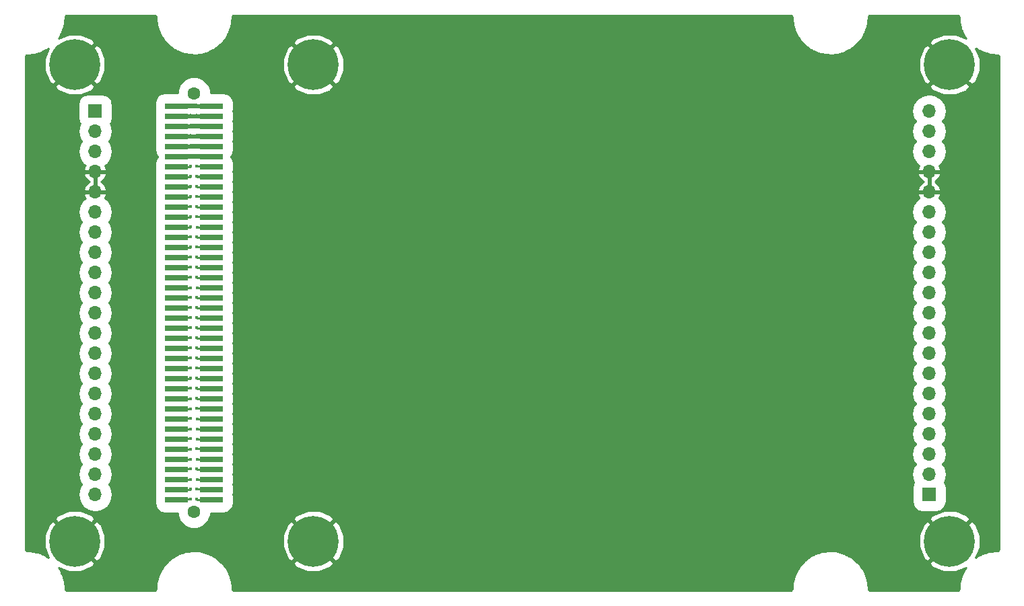
<source format=gbr>
G04 #@! TF.GenerationSoftware,KiCad,Pcbnew,(5.0.0-rc2-dev-107-g49486b83b)*
G04 #@! TF.CreationDate,2018-03-29T22:36:30+08:00*
G04 #@! TF.ProjectId,ebox-advanced,65626F782D616476616E6365642E6B69,rev?*
G04 #@! TF.SameCoordinates,Original*
G04 #@! TF.FileFunction,Copper,L1,Top,Signal*
G04 #@! TF.FilePolarity,Positive*
%FSLAX46Y46*%
G04 Gerber Fmt 4.6, Leading zero omitted, Abs format (unit mm)*
G04 Created by KiCad (PCBNEW (5.0.0-rc2-dev-107-g49486b83b)) date 03/29/18 22:36:30*
%MOMM*%
%LPD*%
G01*
G04 APERTURE LIST*
%ADD10O,1.700000X1.700000*%
%ADD11R,1.700000X1.700000*%
%ADD12C,1.600000*%
%ADD13R,2.900000X0.740000*%
%ADD14C,0.800000*%
%ADD15C,6.400000*%
%ADD16C,0.200000*%
%ADD17C,0.400000*%
%ADD18C,0.500000*%
%ADD19C,0.250000*%
%ADD20C,0.254000*%
G04 APERTURE END LIST*
D10*
X114940000Y-13370000D03*
X114940000Y-15910000D03*
X114940000Y-18450000D03*
X114940000Y-20990000D03*
X114940000Y-23530000D03*
X114940000Y-26070000D03*
X114940000Y-28610000D03*
X114940000Y-31150000D03*
X114940000Y-33690000D03*
X114940000Y-36230000D03*
X114940000Y-38770000D03*
X114940000Y-41310000D03*
X114940000Y-43850000D03*
X114940000Y-46390000D03*
X114940000Y-48930000D03*
X114940000Y-51470000D03*
X114940000Y-54010000D03*
X114940000Y-56550000D03*
X114940000Y-59090000D03*
D11*
X114940000Y-61630000D03*
D12*
X22500000Y-63839800D03*
X22500000Y-11122100D03*
D13*
X24700000Y-62265000D03*
X20300000Y-62265000D03*
X24700000Y-60995000D03*
X20300000Y-60995000D03*
X24700000Y-59725000D03*
X20300000Y-59725000D03*
X24700000Y-58455000D03*
X20300000Y-58455000D03*
X24700000Y-57185000D03*
X20300000Y-57185000D03*
X24700000Y-55915000D03*
X20300000Y-55915000D03*
X24700000Y-54645000D03*
X20300000Y-54645000D03*
X24700000Y-53375000D03*
X20300000Y-53375000D03*
X24700000Y-52105000D03*
X20300000Y-52105000D03*
X24700000Y-50835000D03*
X20300000Y-50835000D03*
X24700000Y-49565000D03*
X20300000Y-49565000D03*
X24700000Y-48295000D03*
X20300000Y-48295000D03*
X24700000Y-47025000D03*
X20300000Y-47025000D03*
X24700000Y-45755000D03*
X20300000Y-45755000D03*
X24700000Y-44485000D03*
X20300000Y-44485000D03*
X24700000Y-43215000D03*
X20300000Y-43215000D03*
X24700000Y-41945000D03*
X20300000Y-41945000D03*
X24700000Y-40675000D03*
X20300000Y-40675000D03*
X24700000Y-39405000D03*
X20300000Y-39405000D03*
X24700000Y-38135000D03*
X20300000Y-38135000D03*
X24700000Y-36865000D03*
X20300000Y-36865000D03*
X24700000Y-35595000D03*
X20300000Y-35595000D03*
X24700000Y-34325000D03*
X20300000Y-34325000D03*
X24700000Y-33055000D03*
X20300000Y-33055000D03*
X24700000Y-31785000D03*
X20300000Y-31785000D03*
X24700000Y-30515000D03*
X20300000Y-30515000D03*
X24700000Y-29245000D03*
X20300000Y-29245000D03*
X24700000Y-27975000D03*
X20300000Y-27975000D03*
X24700000Y-26705000D03*
X20300000Y-26705000D03*
X24700000Y-25435000D03*
X20300000Y-25435000D03*
X24700000Y-24165000D03*
X20300000Y-24165000D03*
X24700000Y-22895000D03*
X20300000Y-22895000D03*
X24700000Y-21625000D03*
X20300000Y-21625000D03*
X24700000Y-20355000D03*
X20300000Y-20355000D03*
X24700000Y-19085000D03*
X20300000Y-19085000D03*
X24700000Y-17815000D03*
X20300000Y-17815000D03*
X24700000Y-16545000D03*
X20300000Y-16545000D03*
X24700000Y-15275000D03*
X20300000Y-15275000D03*
X24700000Y-14005000D03*
X20300000Y-14005000D03*
X24700000Y-12735000D03*
X20300000Y-12735000D03*
D12*
X22512700Y-11122100D03*
X22500000Y-63839800D03*
D14*
X9197056Y-5802944D03*
X7500000Y-5100000D03*
X5802944Y-5802944D03*
X5100000Y-7500000D03*
X5802944Y-9197056D03*
X7500000Y-9900000D03*
X9197056Y-9197056D03*
X9900000Y-7500000D03*
D15*
X7500000Y-7500000D03*
D14*
X39197056Y-5802944D03*
X37500000Y-5100000D03*
X35802944Y-5802944D03*
X35100000Y-7500000D03*
X35802944Y-9197056D03*
X37500000Y-9900000D03*
X39197056Y-9197056D03*
X39900000Y-7500000D03*
D15*
X37500000Y-7500000D03*
D14*
X9197056Y-65802944D03*
X7500000Y-65100000D03*
X5802944Y-65802944D03*
X5100000Y-67500000D03*
X5802944Y-69197056D03*
X7500000Y-69900000D03*
X9197056Y-69197056D03*
X9900000Y-67500000D03*
D15*
X7500000Y-67500000D03*
D14*
X39197056Y-65802944D03*
X37500000Y-65100000D03*
X35802944Y-65802944D03*
X35100000Y-67500000D03*
X35802944Y-69197056D03*
X37500000Y-69900000D03*
X39197056Y-69197056D03*
X39900000Y-67500000D03*
D15*
X37500000Y-67500000D03*
D11*
X10060000Y-13370000D03*
D10*
X10060000Y-15910000D03*
X10060000Y-18450000D03*
X10060000Y-20990000D03*
X10060000Y-23530000D03*
X10060000Y-26070000D03*
X10060000Y-28610000D03*
X10060000Y-31150000D03*
X10060000Y-33690000D03*
X10060000Y-36230000D03*
X10060000Y-38770000D03*
X10060000Y-41310000D03*
X10060000Y-43850000D03*
X10060000Y-46390000D03*
X10060000Y-48930000D03*
X10060000Y-51470000D03*
X10060000Y-54010000D03*
X10060000Y-56550000D03*
X10060000Y-59090000D03*
X10060000Y-61630000D03*
D15*
X117500000Y-7500000D03*
D14*
X119900000Y-7500000D03*
X119197056Y-9197056D03*
X117500000Y-9900000D03*
X115802944Y-9197056D03*
X115100000Y-7500000D03*
X115802944Y-5802944D03*
X117500000Y-5100000D03*
X119197056Y-5802944D03*
X119197056Y-65802944D03*
X117500000Y-65100000D03*
X115802944Y-65802944D03*
X115100000Y-67500000D03*
X115802944Y-69197056D03*
X117500000Y-69900000D03*
X119197056Y-69197056D03*
X119900000Y-67500000D03*
D15*
X117500000Y-67500000D03*
D16*
X111760000Y-7620000D03*
X106680000Y-7620000D03*
X99060000Y-7620000D03*
X91440000Y-7620000D03*
X83820000Y-7620000D03*
X76200000Y-7620000D03*
X68580000Y-7620000D03*
X60960000Y-7620000D03*
X50800000Y-7620000D03*
X43180000Y-7620000D03*
X30480000Y-7620000D03*
X15240000Y-7620000D03*
X119380000Y-60960000D03*
X119380000Y-48260000D03*
X119380000Y-35560000D03*
X119380000Y-22860000D03*
X119380000Y-12700000D03*
X5080000Y-60960000D03*
X5080000Y-48260000D03*
X5080000Y-35560000D03*
X5080000Y-22860000D03*
X5080000Y-12700000D03*
X50800000Y-68580000D03*
X111760000Y-68580000D03*
X106680000Y-68580000D03*
X99060000Y-68580000D03*
X91440000Y-68580000D03*
X83820000Y-68580000D03*
X76200000Y-68580000D03*
X68580000Y-68580000D03*
X60960000Y-68580000D03*
X43180000Y-68580000D03*
X30480000Y-68580000D03*
X15240000Y-68580000D03*
X38100000Y-22860000D03*
X38100000Y-35560000D03*
X91440000Y-27940000D03*
X83820000Y-35560000D03*
X76200000Y-35560000D03*
X68580000Y-35560000D03*
X60960000Y-35560000D03*
X50800000Y-35560000D03*
X43180000Y-35560000D03*
X30480000Y-35560000D03*
X111760000Y-22860000D03*
X106680000Y-22860000D03*
X99060000Y-22860000D03*
X91440000Y-22860000D03*
X83820000Y-22860000D03*
X76200000Y-22860000D03*
X68580000Y-22860000D03*
X60960000Y-22860000D03*
X50800000Y-22860000D03*
X43180000Y-22860000D03*
X30480000Y-22860000D03*
X15240000Y-22860000D03*
D17*
X22860000Y-19050000D03*
X22860000Y-17780000D03*
X22860000Y-16510000D03*
X22860000Y-15240000D03*
X22860000Y-13970000D03*
X22860000Y-12700000D03*
X22098000Y-19050000D03*
X22098000Y-17780000D03*
X22098000Y-16510000D03*
X22098000Y-15240000D03*
X22098000Y-13970000D03*
X22098000Y-12700000D03*
X22098000Y-21590000D03*
X22098000Y-20320000D03*
X22860000Y-20320000D03*
X22860000Y-21590000D03*
X22098000Y-22860000D03*
X22860000Y-22860000D03*
X22098000Y-24130000D03*
X22860000Y-24130000D03*
X22098000Y-25400000D03*
X22860000Y-25400000D03*
X22098000Y-26670000D03*
X22860000Y-26670000D03*
X22098000Y-27940000D03*
X22895000Y-27975000D03*
X22098000Y-29210000D03*
X22860000Y-29210000D03*
X22098000Y-30480000D03*
X22860000Y-30480000D03*
X22098000Y-31750000D03*
X22860000Y-31750000D03*
X22098000Y-33020000D03*
X22860000Y-33020000D03*
X22098000Y-34290000D03*
X22860000Y-34290000D03*
X22063000Y-35595000D03*
X22895000Y-35595000D03*
X22098000Y-36830000D03*
X22860000Y-36830000D03*
X22098000Y-38100000D03*
X22860000Y-38100000D03*
X22098000Y-39370000D03*
X22860000Y-39370000D03*
X22098000Y-40640000D03*
X22860000Y-40640000D03*
X22098000Y-41910000D03*
X22860000Y-41910000D03*
X22098000Y-43180000D03*
X22860000Y-43180000D03*
X22098000Y-44450000D03*
X22860000Y-44450000D03*
X22098000Y-45720000D03*
X22860000Y-45720000D03*
X22098000Y-46990000D03*
X22860000Y-46990000D03*
X22098000Y-48260000D03*
X22860000Y-48260000D03*
X22063000Y-49565000D03*
X22860000Y-49530000D03*
X22063000Y-50835000D03*
X22860000Y-50800000D03*
X22098000Y-52070000D03*
X22895000Y-52105000D03*
X22063000Y-53375000D03*
X22895000Y-53375000D03*
X22098000Y-54610000D03*
X22895000Y-54645000D03*
X22063000Y-55915000D03*
X22860000Y-55880000D03*
X22063000Y-57185000D03*
X22895000Y-57185000D03*
X22098000Y-58420000D03*
X22860000Y-58420000D03*
X22063000Y-59725000D03*
X22895000Y-59725000D03*
X22895000Y-59725000D03*
X22098000Y-60960000D03*
X22860000Y-60960000D03*
X22098000Y-62230000D03*
X22860000Y-62230000D03*
D18*
X22098000Y-12700000D02*
X22860000Y-12700000D01*
X24700000Y-14005000D02*
X22895000Y-14005000D01*
X22895000Y-14005000D02*
X22860000Y-13970000D01*
X20300000Y-14005000D02*
X22063000Y-14005000D01*
X22063000Y-14005000D02*
X22098000Y-13970000D01*
X22860000Y-16510000D02*
X24665000Y-16510000D01*
X24665000Y-16510000D02*
X24700000Y-16545000D01*
X20300000Y-16545000D02*
X22063000Y-16545000D01*
X22063000Y-16545000D02*
X22098000Y-16510000D01*
X22860000Y-17780000D02*
X24665000Y-17780000D01*
X24665000Y-17780000D02*
X24700000Y-17815000D01*
X22098000Y-17780000D02*
X22860000Y-17780000D01*
X20300000Y-17815000D02*
X22063000Y-17815000D01*
X22063000Y-17815000D02*
X22098000Y-17780000D01*
X22860000Y-19050000D02*
X24665000Y-19050000D01*
X24665000Y-19050000D02*
X24700000Y-19085000D01*
X22098000Y-19050000D02*
X22860000Y-19050000D01*
X22098000Y-19050000D02*
X20335000Y-19050000D01*
X20335000Y-19050000D02*
X20300000Y-19085000D01*
X20300000Y-19085000D02*
X24700000Y-19085000D01*
X22860000Y-15240000D02*
X22098000Y-15240000D01*
X22860000Y-15240000D02*
X24665000Y-15240000D01*
X24665000Y-15240000D02*
X24700000Y-15275000D01*
X20300000Y-15275000D02*
X22063000Y-15275000D01*
X22063000Y-15275000D02*
X22098000Y-15240000D01*
X22098000Y-12700000D02*
X20335000Y-12700000D01*
X20335000Y-12700000D02*
X20300000Y-12735000D01*
X20550000Y-12735000D02*
X24450000Y-12735000D01*
X24450000Y-14005000D02*
X20550000Y-14005000D01*
X24450000Y-16545000D02*
X20550000Y-16545000D01*
X20550000Y-17815000D02*
X24450000Y-17815000D01*
D19*
X20300000Y-21625000D02*
X22063000Y-21625000D01*
X22063000Y-21625000D02*
X22098000Y-21590000D01*
X24700000Y-21625000D02*
X22895000Y-21625000D01*
X22895000Y-21625000D02*
X22860000Y-21590000D01*
X20300000Y-22895000D02*
X22063000Y-22895000D01*
X22063000Y-22895000D02*
X22098000Y-22860000D01*
X24700000Y-22895000D02*
X22895000Y-22895000D01*
X22895000Y-22895000D02*
X22860000Y-22860000D01*
D18*
X24450000Y-19085000D02*
X20550000Y-19085000D01*
X20550000Y-15275000D02*
X24450000Y-15275000D01*
D19*
X22063000Y-20355000D02*
X22098000Y-20320000D01*
X20550000Y-20355000D02*
X22063000Y-20355000D01*
X22860000Y-20320000D02*
X24415000Y-20320000D01*
X24415000Y-20320000D02*
X24450000Y-20355000D01*
X22860000Y-21590000D02*
X24415000Y-21590000D01*
X24415000Y-21590000D02*
X24450000Y-21625000D01*
X22098000Y-22860000D02*
X20585000Y-22860000D01*
X20585000Y-22860000D02*
X20550000Y-22895000D01*
X24450000Y-22895000D02*
X22895000Y-22895000D01*
X22063000Y-24165000D02*
X22098000Y-24130000D01*
X20550000Y-24165000D02*
X22063000Y-24165000D01*
X22860000Y-24130000D02*
X24415000Y-24130000D01*
X24415000Y-24130000D02*
X24450000Y-24165000D01*
X22098000Y-25400000D02*
X20585000Y-25400000D01*
X20585000Y-25400000D02*
X20550000Y-25435000D01*
X22895000Y-25435000D02*
X22860000Y-25400000D01*
X24450000Y-25435000D02*
X22895000Y-25435000D01*
X22063000Y-26705000D02*
X22098000Y-26670000D01*
X20550000Y-26705000D02*
X22063000Y-26705000D01*
X22860000Y-26670000D02*
X24415000Y-26670000D01*
X24415000Y-26670000D02*
X24450000Y-26705000D01*
X22063000Y-27975000D02*
X22098000Y-27940000D01*
X20550000Y-27975000D02*
X22063000Y-27975000D01*
X24450000Y-27975000D02*
X22895000Y-27975000D01*
X22098000Y-29210000D02*
X20585000Y-29210000D01*
X20585000Y-29210000D02*
X20550000Y-29245000D01*
X22895000Y-29245000D02*
X22860000Y-29210000D01*
X24450000Y-29245000D02*
X22895000Y-29245000D01*
X22063000Y-30515000D02*
X22098000Y-30480000D01*
X20550000Y-30515000D02*
X22063000Y-30515000D01*
X22860000Y-30480000D02*
X24415000Y-30480000D01*
X24415000Y-30480000D02*
X24450000Y-30515000D01*
X22098000Y-31750000D02*
X20585000Y-31750000D01*
X20585000Y-31750000D02*
X20550000Y-31785000D01*
X22895000Y-31785000D02*
X22860000Y-31750000D01*
X24450000Y-31785000D02*
X22895000Y-31785000D01*
X22098000Y-33020000D02*
X20585000Y-33020000D01*
X20585000Y-33020000D02*
X20550000Y-33055000D01*
X22895000Y-33055000D02*
X22860000Y-33020000D01*
X24450000Y-33055000D02*
X22895000Y-33055000D01*
X22098000Y-34290000D02*
X20585000Y-34290000D01*
X20585000Y-34290000D02*
X20550000Y-34325000D01*
X22895000Y-34325000D02*
X22860000Y-34290000D01*
X24450000Y-34325000D02*
X22895000Y-34325000D01*
X20550000Y-35595000D02*
X22063000Y-35595000D01*
X24450000Y-35595000D02*
X22895000Y-35595000D01*
X22098000Y-36830000D02*
X20585000Y-36830000D01*
X20585000Y-36830000D02*
X20550000Y-36865000D01*
X22895000Y-36865000D02*
X22860000Y-36830000D01*
X24450000Y-36865000D02*
X22895000Y-36865000D01*
X22098000Y-38100000D02*
X20585000Y-38100000D01*
X20585000Y-38100000D02*
X20550000Y-38135000D01*
X22895000Y-38135000D02*
X22860000Y-38100000D01*
X24450000Y-38135000D02*
X22895000Y-38135000D01*
X22098000Y-39370000D02*
X20585000Y-39370000D01*
X20585000Y-39370000D02*
X20550000Y-39405000D01*
X22895000Y-39405000D02*
X22860000Y-39370000D01*
X24450000Y-39405000D02*
X22895000Y-39405000D01*
X22098000Y-40640000D02*
X20585000Y-40640000D01*
X20585000Y-40640000D02*
X20550000Y-40675000D01*
X22895000Y-40675000D02*
X22860000Y-40640000D01*
X24450000Y-40675000D02*
X22895000Y-40675000D01*
X22098000Y-41910000D02*
X20585000Y-41910000D01*
X20585000Y-41910000D02*
X20550000Y-41945000D01*
X22895000Y-41945000D02*
X22860000Y-41910000D01*
X24450000Y-41945000D02*
X22895000Y-41945000D01*
X22098000Y-43180000D02*
X20585000Y-43180000D01*
X20585000Y-43180000D02*
X20550000Y-43215000D01*
X22895000Y-43215000D02*
X22860000Y-43180000D01*
X24450000Y-43215000D02*
X22895000Y-43215000D01*
X22098000Y-44450000D02*
X20585000Y-44450000D01*
X20585000Y-44450000D02*
X20550000Y-44485000D01*
X22895000Y-44485000D02*
X22860000Y-44450000D01*
X24450000Y-44485000D02*
X22895000Y-44485000D01*
X22098000Y-45720000D02*
X20585000Y-45720000D01*
X20585000Y-45720000D02*
X20550000Y-45755000D01*
X22860000Y-45720000D02*
X24415000Y-45720000D01*
X24415000Y-45720000D02*
X24450000Y-45755000D01*
X22063000Y-47025000D02*
X22098000Y-46990000D01*
X20550000Y-47025000D02*
X22063000Y-47025000D01*
X22895000Y-47025000D02*
X22860000Y-46990000D01*
X24450000Y-47025000D02*
X22895000Y-47025000D01*
X22098000Y-48260000D02*
X20585000Y-48260000D01*
X20585000Y-48260000D02*
X20550000Y-48295000D01*
X22895000Y-48295000D02*
X22860000Y-48260000D01*
X24450000Y-48295000D02*
X22895000Y-48295000D01*
X20550000Y-49565000D02*
X22063000Y-49565000D01*
X22895000Y-49565000D02*
X22860000Y-49530000D01*
X24450000Y-49565000D02*
X22895000Y-49565000D01*
X20550000Y-50835000D02*
X22063000Y-50835000D01*
X22860000Y-50800000D02*
X24415000Y-50800000D01*
X24415000Y-50800000D02*
X24450000Y-50835000D01*
X22098000Y-52070000D02*
X20585000Y-52070000D01*
X20585000Y-52070000D02*
X20550000Y-52105000D01*
X24450000Y-52105000D02*
X22895000Y-52105000D01*
X20550000Y-53375000D02*
X22063000Y-53375000D01*
X22895000Y-53375000D02*
X24450000Y-53375000D01*
X22098000Y-54610000D02*
X20585000Y-54610000D01*
X20585000Y-54610000D02*
X20550000Y-54645000D01*
X24450000Y-54645000D02*
X22895000Y-54645000D01*
X20550000Y-55915000D02*
X22063000Y-55915000D01*
X22860000Y-55880000D02*
X24415000Y-55880000D01*
X24415000Y-55880000D02*
X24450000Y-55915000D01*
X20550000Y-57185000D02*
X22063000Y-57185000D01*
X22895000Y-57185000D02*
X24450000Y-57185000D01*
X22098000Y-58420000D02*
X20585000Y-58420000D01*
X20585000Y-58420000D02*
X20550000Y-58455000D01*
X22895000Y-58455000D02*
X22860000Y-58420000D01*
X24450000Y-58455000D02*
X22895000Y-58455000D01*
X20550000Y-59725000D02*
X22063000Y-59725000D01*
X24450000Y-59725000D02*
X22895000Y-59725000D01*
X22063000Y-60995000D02*
X22098000Y-60960000D01*
X20550000Y-60995000D02*
X22063000Y-60995000D01*
X22860000Y-60960000D02*
X24415000Y-60960000D01*
X24415000Y-60960000D02*
X24450000Y-60995000D01*
X22098000Y-62230000D02*
X20585000Y-62230000D01*
X20585000Y-62230000D02*
X20550000Y-62265000D01*
X22895000Y-62265000D02*
X22860000Y-62230000D01*
X24450000Y-62265000D02*
X22895000Y-62265000D01*
D20*
G36*
X17532206Y-1292585D02*
X17560849Y-1298673D01*
X17588351Y-1308683D01*
X17614212Y-1322434D01*
X17637892Y-1339639D01*
X17658952Y-1359976D01*
X17676980Y-1383051D01*
X17691618Y-1408404D01*
X17702588Y-1435555D01*
X17709669Y-1463956D01*
X17716784Y-1531653D01*
X17716784Y-1545317D01*
X17725310Y-1789465D01*
X17727661Y-1811833D01*
X17727661Y-1834323D01*
X17737051Y-1923662D01*
X17805008Y-2407205D01*
X17814351Y-2451161D01*
X17820607Y-2495674D01*
X17842336Y-2582821D01*
X17842339Y-2582835D01*
X17842340Y-2582837D01*
X17976933Y-3052217D01*
X17992300Y-3094439D01*
X18004691Y-3137650D01*
X18038343Y-3220941D01*
X18236950Y-3667020D01*
X18258049Y-3706701D01*
X18276330Y-3747761D01*
X18321246Y-3825558D01*
X18580004Y-4239656D01*
X18606422Y-4276017D01*
X18630236Y-4314127D01*
X18685541Y-4384915D01*
X18999411Y-4758971D01*
X19030628Y-4791296D01*
X19059519Y-4825728D01*
X19124139Y-4888130D01*
X19487013Y-5214865D01*
X19522432Y-5242537D01*
X19555829Y-5272608D01*
X19628504Y-5325410D01*
X20033319Y-5598461D01*
X20072246Y-5620935D01*
X20109501Y-5646064D01*
X20188818Y-5688238D01*
X20627695Y-5902292D01*
X20669366Y-5919128D01*
X20709757Y-5938828D01*
X20794171Y-5969552D01*
X21258567Y-6120444D01*
X21302173Y-6131316D01*
X21344918Y-6145205D01*
X21432787Y-6163882D01*
X21913663Y-6248674D01*
X21958354Y-6253371D01*
X22002622Y-6261177D01*
X22092229Y-6267443D01*
X22092235Y-6267443D01*
X22580233Y-6284484D01*
X22625149Y-6282916D01*
X22670064Y-6284484D01*
X22759677Y-6278218D01*
X23245298Y-6227177D01*
X23289556Y-6219373D01*
X23334254Y-6214675D01*
X23422122Y-6195998D01*
X23895912Y-6077869D01*
X23938657Y-6063980D01*
X23982264Y-6053108D01*
X24066661Y-6022389D01*
X24066677Y-6022384D01*
X24066684Y-6022381D01*
X24519418Y-5839464D01*
X24559804Y-5819766D01*
X24601481Y-5802928D01*
X24680798Y-5760754D01*
X25103674Y-5516607D01*
X25140931Y-5491477D01*
X25179857Y-5469003D01*
X25252532Y-5416201D01*
X25637314Y-5115576D01*
X25670706Y-5085510D01*
X25706127Y-5057836D01*
X25770746Y-4995433D01*
X25998981Y-4759090D01*
X34938695Y-4759090D01*
X37500000Y-7320395D01*
X40061305Y-4759090D01*
X39694360Y-4263657D01*
X38288829Y-3670264D01*
X36763207Y-3659913D01*
X35349754Y-4234181D01*
X35305640Y-4263657D01*
X34938695Y-4759090D01*
X25998981Y-4759090D01*
X26109946Y-4644183D01*
X26138835Y-4609754D01*
X26170057Y-4577423D01*
X26225363Y-4506634D01*
X26512374Y-4111595D01*
X26536191Y-4073480D01*
X26562605Y-4037124D01*
X26607521Y-3959328D01*
X26836762Y-3528189D01*
X26855040Y-3487137D01*
X26876142Y-3447449D01*
X26909793Y-3364159D01*
X27076800Y-2905312D01*
X27089188Y-2862109D01*
X27104560Y-2819876D01*
X27126292Y-2732713D01*
X27227814Y-2255088D01*
X27234068Y-2210587D01*
X27243413Y-2166623D01*
X27252803Y-2077283D01*
X27286865Y-1590178D01*
X27286865Y-1590176D01*
X27295185Y-1471194D01*
X27301273Y-1442551D01*
X27311283Y-1415049D01*
X27325034Y-1389188D01*
X27342239Y-1365508D01*
X27362576Y-1344448D01*
X27385651Y-1326420D01*
X27411004Y-1311782D01*
X27438155Y-1300812D01*
X27466556Y-1293731D01*
X27526793Y-1287400D01*
X97458055Y-1287400D01*
X97532206Y-1292585D01*
X97560849Y-1298673D01*
X97588351Y-1308683D01*
X97614212Y-1322434D01*
X97637892Y-1339639D01*
X97658952Y-1359976D01*
X97676980Y-1383051D01*
X97691618Y-1408404D01*
X97702588Y-1435555D01*
X97709669Y-1463956D01*
X97716784Y-1531653D01*
X97716784Y-1545317D01*
X97725310Y-1789465D01*
X97727661Y-1811833D01*
X97727661Y-1834323D01*
X97737051Y-1923662D01*
X97805008Y-2407205D01*
X97814351Y-2451161D01*
X97820607Y-2495674D01*
X97842336Y-2582821D01*
X97842339Y-2582835D01*
X97842340Y-2582837D01*
X97976933Y-3052217D01*
X97992300Y-3094439D01*
X98004691Y-3137650D01*
X98038343Y-3220941D01*
X98236950Y-3667020D01*
X98258049Y-3706701D01*
X98276330Y-3747761D01*
X98321246Y-3825558D01*
X98580004Y-4239656D01*
X98606422Y-4276017D01*
X98630236Y-4314127D01*
X98685541Y-4384915D01*
X98999411Y-4758971D01*
X99030628Y-4791296D01*
X99059519Y-4825728D01*
X99124139Y-4888130D01*
X99487013Y-5214865D01*
X99522432Y-5242537D01*
X99555829Y-5272608D01*
X99628504Y-5325410D01*
X100033319Y-5598461D01*
X100072246Y-5620935D01*
X100109501Y-5646064D01*
X100188818Y-5688238D01*
X100627695Y-5902292D01*
X100669366Y-5919128D01*
X100709757Y-5938828D01*
X100794171Y-5969552D01*
X101258567Y-6120444D01*
X101302173Y-6131316D01*
X101344918Y-6145205D01*
X101432787Y-6163882D01*
X101913663Y-6248674D01*
X101958354Y-6253371D01*
X102002622Y-6261177D01*
X102092229Y-6267443D01*
X102092235Y-6267443D01*
X102580233Y-6284484D01*
X102625149Y-6282916D01*
X102670064Y-6284484D01*
X102759677Y-6278218D01*
X103245298Y-6227177D01*
X103289556Y-6219373D01*
X103334254Y-6214675D01*
X103422122Y-6195998D01*
X103895912Y-6077869D01*
X103938657Y-6063980D01*
X103982264Y-6053108D01*
X104066661Y-6022389D01*
X104066677Y-6022384D01*
X104066684Y-6022381D01*
X104519418Y-5839464D01*
X104559804Y-5819766D01*
X104601481Y-5802928D01*
X104680798Y-5760754D01*
X105103674Y-5516607D01*
X105140931Y-5491477D01*
X105179857Y-5469003D01*
X105252532Y-5416201D01*
X105637314Y-5115576D01*
X105670706Y-5085510D01*
X105706127Y-5057836D01*
X105770746Y-4995433D01*
X106109946Y-4644183D01*
X106138835Y-4609754D01*
X106170057Y-4577423D01*
X106225363Y-4506634D01*
X106512374Y-4111595D01*
X106536191Y-4073480D01*
X106562605Y-4037124D01*
X106607521Y-3959328D01*
X106836762Y-3528189D01*
X106855040Y-3487137D01*
X106876142Y-3447449D01*
X106909793Y-3364159D01*
X107076800Y-2905312D01*
X107089188Y-2862109D01*
X107104560Y-2819876D01*
X107126292Y-2732713D01*
X107227814Y-2255088D01*
X107234068Y-2210587D01*
X107243413Y-2166623D01*
X107252803Y-2077283D01*
X107286865Y-1590178D01*
X107286865Y-1590176D01*
X107295185Y-1471194D01*
X107301273Y-1442551D01*
X107311283Y-1415049D01*
X107325034Y-1389188D01*
X107342239Y-1365508D01*
X107362576Y-1344448D01*
X107385651Y-1326420D01*
X107411004Y-1311782D01*
X107438155Y-1300812D01*
X107466556Y-1293731D01*
X107526793Y-1287400D01*
X118458055Y-1287400D01*
X118532206Y-1292585D01*
X118560849Y-1298673D01*
X118588351Y-1308683D01*
X118614212Y-1322434D01*
X118637892Y-1339639D01*
X118658952Y-1359976D01*
X118676980Y-1383051D01*
X118691618Y-1408404D01*
X118702588Y-1435555D01*
X118709669Y-1463956D01*
X118716263Y-1526695D01*
X118718328Y-1645009D01*
X118719309Y-1656218D01*
X118718916Y-1667464D01*
X118725182Y-1757077D01*
X118776223Y-2242698D01*
X118784027Y-2286956D01*
X118788725Y-2331654D01*
X118807402Y-2419522D01*
X118925531Y-2893312D01*
X118939420Y-2936057D01*
X118950292Y-2979664D01*
X118981011Y-3064061D01*
X118981016Y-3064077D01*
X118981019Y-3064084D01*
X119163936Y-3516818D01*
X119183634Y-3557204D01*
X119200472Y-3598881D01*
X119242646Y-3678198D01*
X119486793Y-4101074D01*
X119511923Y-4138331D01*
X119534397Y-4177257D01*
X119554169Y-4204471D01*
X118288829Y-3670264D01*
X116763207Y-3659913D01*
X115349754Y-4234181D01*
X115305640Y-4263657D01*
X114938695Y-4759090D01*
X117500000Y-7320395D01*
X117514143Y-7306253D01*
X117693748Y-7485858D01*
X117679605Y-7500000D01*
X120240910Y-10061305D01*
X120736343Y-9694360D01*
X121329736Y-8288829D01*
X121340087Y-6763207D01*
X120805298Y-5446923D01*
X120891805Y-5509774D01*
X120929920Y-5533591D01*
X120966276Y-5560005D01*
X121044069Y-5604919D01*
X121044075Y-5604923D01*
X121044080Y-5604925D01*
X121475211Y-5834162D01*
X121516263Y-5852440D01*
X121555951Y-5873542D01*
X121639241Y-5907193D01*
X122098088Y-6074200D01*
X122141291Y-6086588D01*
X122183524Y-6101960D01*
X122270679Y-6123690D01*
X122270686Y-6123692D01*
X122270689Y-6123692D01*
X122748312Y-6225214D01*
X122792813Y-6231468D01*
X122836777Y-6240813D01*
X122926117Y-6250203D01*
X123413222Y-6284265D01*
X123413223Y-6284265D01*
X123532206Y-6292585D01*
X123560849Y-6298673D01*
X123588351Y-6308683D01*
X123614212Y-6322434D01*
X123637892Y-6339639D01*
X123658952Y-6359976D01*
X123676980Y-6383051D01*
X123691618Y-6408404D01*
X123702588Y-6435555D01*
X123709669Y-6463956D01*
X123716000Y-6524193D01*
X123716001Y-68455441D01*
X123710815Y-68529605D01*
X123704727Y-68558248D01*
X123694716Y-68585753D01*
X123680967Y-68611611D01*
X123663763Y-68635291D01*
X123643420Y-68656356D01*
X123620351Y-68674379D01*
X123594997Y-68689017D01*
X123567844Y-68699988D01*
X123539443Y-68707069D01*
X123476705Y-68713663D01*
X123358392Y-68715728D01*
X123347182Y-68716709D01*
X123335936Y-68716316D01*
X123246323Y-68722582D01*
X122760702Y-68773623D01*
X122716444Y-68781427D01*
X122671746Y-68786125D01*
X122583877Y-68804802D01*
X122110088Y-68922931D01*
X122067342Y-68936820D01*
X122023736Y-68947692D01*
X121939322Y-68978416D01*
X121486582Y-69161336D01*
X121446196Y-69181034D01*
X121404519Y-69197872D01*
X121325202Y-69240046D01*
X120902326Y-69484193D01*
X120865072Y-69509321D01*
X120826144Y-69531796D01*
X120795609Y-69553981D01*
X121329736Y-68288829D01*
X121340087Y-66763207D01*
X120765819Y-65349754D01*
X120736343Y-65305640D01*
X120240910Y-64938695D01*
X117679605Y-67500000D01*
X117693748Y-67514143D01*
X117514143Y-67693748D01*
X117500000Y-67679605D01*
X114938695Y-70240910D01*
X115305640Y-70736343D01*
X116711171Y-71329736D01*
X118236793Y-71340087D01*
X119555221Y-70804427D01*
X119493625Y-70889206D01*
X119469808Y-70927322D01*
X119443395Y-70963676D01*
X119398479Y-71041473D01*
X119169238Y-71472611D01*
X119150961Y-71513662D01*
X119129858Y-71553351D01*
X119096207Y-71636641D01*
X118929200Y-72095488D01*
X118916813Y-72138688D01*
X118901440Y-72180924D01*
X118879708Y-72268088D01*
X118778186Y-72745712D01*
X118771931Y-72790216D01*
X118762587Y-72834178D01*
X118753197Y-72923517D01*
X118719135Y-73410623D01*
X118710815Y-73529605D01*
X118704727Y-73558248D01*
X118694716Y-73585753D01*
X118680967Y-73611611D01*
X118663763Y-73635291D01*
X118643420Y-73656356D01*
X118620351Y-73674379D01*
X118594997Y-73689017D01*
X118567844Y-73699988D01*
X118539443Y-73707069D01*
X118479206Y-73713400D01*
X107547945Y-73713400D01*
X107473795Y-73708215D01*
X107445152Y-73702127D01*
X107417647Y-73692116D01*
X107391789Y-73678367D01*
X107368109Y-73661163D01*
X107347044Y-73640820D01*
X107329021Y-73617751D01*
X107314383Y-73592397D01*
X107303412Y-73565244D01*
X107296331Y-73536843D01*
X107289216Y-73469147D01*
X107289216Y-73455484D01*
X107280690Y-73211335D01*
X107278339Y-73188967D01*
X107278339Y-73166477D01*
X107268949Y-73077138D01*
X107200992Y-72593595D01*
X107191649Y-72549639D01*
X107185393Y-72505126D01*
X107163661Y-72417963D01*
X107029067Y-71948583D01*
X107013700Y-71906361D01*
X107001309Y-71863150D01*
X106967657Y-71779859D01*
X106769050Y-71333780D01*
X106747951Y-71294099D01*
X106729670Y-71253039D01*
X106684754Y-71175242D01*
X106425996Y-70761144D01*
X106399576Y-70724780D01*
X106375764Y-70686673D01*
X106320458Y-70615885D01*
X106320457Y-70615883D01*
X106320452Y-70615878D01*
X106006589Y-70241829D01*
X105975371Y-70209502D01*
X105946481Y-70175072D01*
X105881861Y-70112670D01*
X105518987Y-69785936D01*
X105483574Y-69758268D01*
X105450171Y-69728192D01*
X105377496Y-69675390D01*
X104972681Y-69402339D01*
X104933754Y-69379865D01*
X104896499Y-69354736D01*
X104817182Y-69312562D01*
X104378305Y-69098508D01*
X104336634Y-69081672D01*
X104296243Y-69061972D01*
X104211829Y-69031248D01*
X103747433Y-68880356D01*
X103703827Y-68869484D01*
X103661082Y-68855595D01*
X103573213Y-68836918D01*
X103092336Y-68752126D01*
X103047645Y-68747429D01*
X103003377Y-68739623D01*
X102913771Y-68733357D01*
X102913765Y-68733357D01*
X102425767Y-68716316D01*
X102380851Y-68717884D01*
X102335936Y-68716316D01*
X102246323Y-68722582D01*
X101760702Y-68773623D01*
X101716444Y-68781427D01*
X101671746Y-68786125D01*
X101583877Y-68804802D01*
X101110088Y-68922931D01*
X101067342Y-68936820D01*
X101023736Y-68947692D01*
X100939322Y-68978416D01*
X100486582Y-69161336D01*
X100446196Y-69181034D01*
X100404519Y-69197872D01*
X100325202Y-69240046D01*
X99902326Y-69484193D01*
X99865072Y-69509321D01*
X99826144Y-69531796D01*
X99753468Y-69584598D01*
X99368686Y-69885224D01*
X99335287Y-69915296D01*
X99299874Y-69942964D01*
X99235254Y-70005366D01*
X98896055Y-70356617D01*
X98867166Y-70391045D01*
X98835943Y-70423378D01*
X98780637Y-70494166D01*
X98493625Y-70889206D01*
X98469808Y-70927322D01*
X98443395Y-70963676D01*
X98398479Y-71041473D01*
X98169238Y-71472611D01*
X98150961Y-71513662D01*
X98129858Y-71553351D01*
X98096207Y-71636641D01*
X97929200Y-72095488D01*
X97916813Y-72138688D01*
X97901440Y-72180924D01*
X97879708Y-72268088D01*
X97778186Y-72745712D01*
X97771931Y-72790216D01*
X97762587Y-72834178D01*
X97753197Y-72923517D01*
X97719135Y-73410623D01*
X97710815Y-73529605D01*
X97704727Y-73558248D01*
X97694716Y-73585753D01*
X97680967Y-73611611D01*
X97663763Y-73635291D01*
X97643420Y-73656356D01*
X97620351Y-73674379D01*
X97594997Y-73689017D01*
X97567844Y-73699988D01*
X97539443Y-73707069D01*
X97479206Y-73713400D01*
X27547945Y-73713400D01*
X27473795Y-73708215D01*
X27445152Y-73702127D01*
X27417647Y-73692116D01*
X27391789Y-73678367D01*
X27368109Y-73661163D01*
X27347044Y-73640820D01*
X27329021Y-73617751D01*
X27314383Y-73592397D01*
X27303412Y-73565244D01*
X27296331Y-73536843D01*
X27289216Y-73469147D01*
X27289216Y-73455484D01*
X27280690Y-73211335D01*
X27278339Y-73188967D01*
X27278339Y-73166477D01*
X27268949Y-73077138D01*
X27200992Y-72593595D01*
X27191649Y-72549639D01*
X27185393Y-72505126D01*
X27163661Y-72417963D01*
X27029067Y-71948583D01*
X27013700Y-71906361D01*
X27001309Y-71863150D01*
X26967657Y-71779859D01*
X26769050Y-71333780D01*
X26747951Y-71294099D01*
X26729670Y-71253039D01*
X26684754Y-71175242D01*
X26425996Y-70761144D01*
X26399576Y-70724780D01*
X26375764Y-70686673D01*
X26320458Y-70615885D01*
X26320457Y-70615883D01*
X26320452Y-70615878D01*
X26006589Y-70241829D01*
X26005702Y-70240910D01*
X34938695Y-70240910D01*
X35305640Y-70736343D01*
X36711171Y-71329736D01*
X38236793Y-71340087D01*
X39650246Y-70765819D01*
X39694360Y-70736343D01*
X40061305Y-70240910D01*
X37500000Y-67679605D01*
X34938695Y-70240910D01*
X26005702Y-70240910D01*
X25975371Y-70209502D01*
X25946481Y-70175072D01*
X25881861Y-70112670D01*
X25518987Y-69785936D01*
X25483574Y-69758268D01*
X25450171Y-69728192D01*
X25377496Y-69675390D01*
X24972681Y-69402339D01*
X24933754Y-69379865D01*
X24896499Y-69354736D01*
X24817182Y-69312562D01*
X24378305Y-69098508D01*
X24336634Y-69081672D01*
X24296243Y-69061972D01*
X24211829Y-69031248D01*
X23747433Y-68880356D01*
X23703827Y-68869484D01*
X23661082Y-68855595D01*
X23573213Y-68836918D01*
X23092336Y-68752126D01*
X23047645Y-68747429D01*
X23003377Y-68739623D01*
X22913771Y-68733357D01*
X22913765Y-68733357D01*
X22425767Y-68716316D01*
X22380851Y-68717884D01*
X22335936Y-68716316D01*
X22246323Y-68722582D01*
X21760702Y-68773623D01*
X21716444Y-68781427D01*
X21671746Y-68786125D01*
X21583877Y-68804802D01*
X21110088Y-68922931D01*
X21067342Y-68936820D01*
X21023736Y-68947692D01*
X20939322Y-68978416D01*
X20486582Y-69161336D01*
X20446196Y-69181034D01*
X20404519Y-69197872D01*
X20325202Y-69240046D01*
X19902326Y-69484193D01*
X19865072Y-69509321D01*
X19826144Y-69531796D01*
X19753468Y-69584598D01*
X19368686Y-69885224D01*
X19335287Y-69915296D01*
X19299874Y-69942964D01*
X19235254Y-70005366D01*
X18896055Y-70356617D01*
X18867166Y-70391045D01*
X18835943Y-70423378D01*
X18780637Y-70494166D01*
X18493625Y-70889206D01*
X18469808Y-70927322D01*
X18443395Y-70963676D01*
X18398479Y-71041473D01*
X18169238Y-71472611D01*
X18150961Y-71513662D01*
X18129858Y-71553351D01*
X18096207Y-71636641D01*
X17929200Y-72095488D01*
X17916813Y-72138688D01*
X17901440Y-72180924D01*
X17879708Y-72268088D01*
X17778186Y-72745712D01*
X17771931Y-72790216D01*
X17762587Y-72834178D01*
X17753197Y-72923517D01*
X17719135Y-73410623D01*
X17710815Y-73529605D01*
X17704727Y-73558248D01*
X17694716Y-73585753D01*
X17680967Y-73611611D01*
X17663763Y-73635291D01*
X17643420Y-73656356D01*
X17620351Y-73674379D01*
X17594997Y-73689017D01*
X17567844Y-73699988D01*
X17539443Y-73707069D01*
X17479206Y-73713400D01*
X6547945Y-73713400D01*
X6473795Y-73708215D01*
X6445152Y-73702127D01*
X6417647Y-73692116D01*
X6391789Y-73678367D01*
X6368109Y-73661163D01*
X6347044Y-73640820D01*
X6329021Y-73617751D01*
X6314383Y-73592397D01*
X6303412Y-73565244D01*
X6296331Y-73536843D01*
X6289737Y-73474105D01*
X6287672Y-73355792D01*
X6286691Y-73344582D01*
X6287084Y-73333336D01*
X6280818Y-73243723D01*
X6229777Y-72758102D01*
X6221973Y-72713844D01*
X6217275Y-72669146D01*
X6198598Y-72581277D01*
X6080469Y-72107488D01*
X6066580Y-72064742D01*
X6055708Y-72021136D01*
X6024984Y-71936722D01*
X5842064Y-71483982D01*
X5822366Y-71443596D01*
X5805528Y-71401919D01*
X5763354Y-71322602D01*
X5519207Y-70899726D01*
X5494079Y-70862472D01*
X5471604Y-70823544D01*
X5453648Y-70798830D01*
X6711171Y-71329736D01*
X8236793Y-71340087D01*
X9650246Y-70765819D01*
X9694360Y-70736343D01*
X10061305Y-70240910D01*
X7500000Y-67679605D01*
X7485858Y-67693748D01*
X7306253Y-67514143D01*
X7320395Y-67500000D01*
X7679605Y-67500000D01*
X10240910Y-70061305D01*
X10736343Y-69694360D01*
X11329736Y-68288829D01*
X11330089Y-68236793D01*
X33659913Y-68236793D01*
X34234181Y-69650246D01*
X34263657Y-69694360D01*
X34759090Y-70061305D01*
X37320395Y-67500000D01*
X37679605Y-67500000D01*
X40240910Y-70061305D01*
X40736343Y-69694360D01*
X41329736Y-68288829D01*
X41330089Y-68236793D01*
X113659913Y-68236793D01*
X114234181Y-69650246D01*
X114263657Y-69694360D01*
X114759090Y-70061305D01*
X117320395Y-67500000D01*
X114759090Y-64938695D01*
X114263657Y-65305640D01*
X113670264Y-66711171D01*
X113659913Y-68236793D01*
X41330089Y-68236793D01*
X41340087Y-66763207D01*
X40765819Y-65349754D01*
X40736343Y-65305640D01*
X40240910Y-64938695D01*
X37679605Y-67500000D01*
X37320395Y-67500000D01*
X34759090Y-64938695D01*
X34263657Y-65305640D01*
X33670264Y-66711171D01*
X33659913Y-68236793D01*
X11330089Y-68236793D01*
X11340087Y-66763207D01*
X10765819Y-65349754D01*
X10736343Y-65305640D01*
X10240910Y-64938695D01*
X7679605Y-67500000D01*
X7320395Y-67500000D01*
X4759090Y-64938695D01*
X4263657Y-65305640D01*
X3670264Y-66711171D01*
X3659913Y-68236793D01*
X4192651Y-69548027D01*
X4114194Y-69491025D01*
X4076078Y-69467208D01*
X4039724Y-69440795D01*
X3961927Y-69395879D01*
X3961924Y-69395877D01*
X3961919Y-69395875D01*
X3530789Y-69166638D01*
X3489738Y-69148361D01*
X3450049Y-69127258D01*
X3366759Y-69093607D01*
X2907912Y-68926600D01*
X2864712Y-68914213D01*
X2822476Y-68898840D01*
X2735327Y-68877112D01*
X2735314Y-68877108D01*
X2735308Y-68877107D01*
X2257688Y-68775586D01*
X2213184Y-68769331D01*
X2169222Y-68759987D01*
X2079883Y-68750597D01*
X1592777Y-68716535D01*
X1473795Y-68708215D01*
X1445152Y-68702127D01*
X1417647Y-68692116D01*
X1391789Y-68678367D01*
X1368109Y-68661163D01*
X1347044Y-68640820D01*
X1329021Y-68617751D01*
X1314383Y-68592397D01*
X1303412Y-68565244D01*
X1296331Y-68536843D01*
X1290000Y-68476606D01*
X1290000Y-64759090D01*
X4938695Y-64759090D01*
X7500000Y-67320395D01*
X10061305Y-64759090D01*
X9694360Y-64263657D01*
X8288829Y-63670264D01*
X6763207Y-63659913D01*
X5349754Y-64234181D01*
X5305640Y-64263657D01*
X4938695Y-64759090D01*
X1290000Y-64759090D01*
X1290000Y-26070000D01*
X7881134Y-26070000D01*
X8046990Y-26903816D01*
X8338439Y-27340000D01*
X8046990Y-27776184D01*
X7881134Y-28610000D01*
X8046990Y-29443816D01*
X8338439Y-29880000D01*
X8046990Y-30316184D01*
X7881134Y-31150000D01*
X8046990Y-31983816D01*
X8338439Y-32420000D01*
X8046990Y-32856184D01*
X7881134Y-33690000D01*
X8046990Y-34523816D01*
X8338439Y-34960000D01*
X8046990Y-35396184D01*
X7881134Y-36230000D01*
X8046990Y-37063816D01*
X8338439Y-37500000D01*
X8046990Y-37936184D01*
X7881134Y-38770000D01*
X8046990Y-39603816D01*
X8338439Y-40040000D01*
X8046990Y-40476184D01*
X7881134Y-41310000D01*
X8046990Y-42143816D01*
X8338439Y-42580000D01*
X8046990Y-43016184D01*
X7881134Y-43850000D01*
X8046990Y-44683816D01*
X8338439Y-45120000D01*
X8046990Y-45556184D01*
X7881134Y-46390000D01*
X8046990Y-47223816D01*
X8338439Y-47660000D01*
X8046990Y-48096184D01*
X7881134Y-48930000D01*
X8046990Y-49763816D01*
X8338439Y-50200000D01*
X8046990Y-50636184D01*
X7881134Y-51470000D01*
X8046990Y-52303816D01*
X8338439Y-52740000D01*
X8046990Y-53176184D01*
X7881134Y-54010000D01*
X8046990Y-54843816D01*
X8338439Y-55280000D01*
X8046990Y-55716184D01*
X7881134Y-56550000D01*
X8046990Y-57383816D01*
X8338439Y-57820000D01*
X8046990Y-58256184D01*
X7881134Y-59090000D01*
X8046990Y-59923816D01*
X8338439Y-60360000D01*
X8046990Y-60796184D01*
X7881134Y-61630000D01*
X8046990Y-62463816D01*
X8519309Y-63170691D01*
X9226184Y-63643010D01*
X9849525Y-63767000D01*
X10270475Y-63767000D01*
X10893816Y-63643010D01*
X11600691Y-63170691D01*
X12073010Y-62463816D01*
X12238866Y-61630000D01*
X12073010Y-60796184D01*
X11781561Y-60360000D01*
X12073010Y-59923816D01*
X12238866Y-59090000D01*
X12073010Y-58256184D01*
X11781561Y-57820000D01*
X12073010Y-57383816D01*
X12238866Y-56550000D01*
X12073010Y-55716184D01*
X11781561Y-55280000D01*
X12073010Y-54843816D01*
X12238866Y-54010000D01*
X12073010Y-53176184D01*
X11781561Y-52740000D01*
X12073010Y-52303816D01*
X12238866Y-51470000D01*
X12073010Y-50636184D01*
X11781561Y-50200000D01*
X12073010Y-49763816D01*
X12238866Y-48930000D01*
X12073010Y-48096184D01*
X11781561Y-47660000D01*
X12073010Y-47223816D01*
X12238866Y-46390000D01*
X12073010Y-45556184D01*
X11781561Y-45120000D01*
X12073010Y-44683816D01*
X12238866Y-43850000D01*
X12073010Y-43016184D01*
X11781561Y-42580000D01*
X12073010Y-42143816D01*
X12238866Y-41310000D01*
X12073010Y-40476184D01*
X11781561Y-40040000D01*
X12073010Y-39603816D01*
X12238866Y-38770000D01*
X12073010Y-37936184D01*
X11781561Y-37500000D01*
X12073010Y-37063816D01*
X12238866Y-36230000D01*
X12073010Y-35396184D01*
X11781561Y-34960000D01*
X12073010Y-34523816D01*
X12238866Y-33690000D01*
X12073010Y-32856184D01*
X11781561Y-32420000D01*
X12073010Y-31983816D01*
X12238866Y-31150000D01*
X12073010Y-30316184D01*
X11781561Y-29880000D01*
X12073010Y-29443816D01*
X12238866Y-28610000D01*
X12073010Y-27776184D01*
X11781561Y-27340000D01*
X12073010Y-26903816D01*
X12238866Y-26070000D01*
X12073010Y-25236184D01*
X11600691Y-24529309D01*
X11301843Y-24329625D01*
X11331645Y-24296924D01*
X11501476Y-23886890D01*
X11380155Y-23657000D01*
X10187000Y-23657000D01*
X10187000Y-23677000D01*
X9933000Y-23677000D01*
X9933000Y-23657000D01*
X8739845Y-23657000D01*
X8618524Y-23886890D01*
X8788355Y-24296924D01*
X8818157Y-24329625D01*
X8519309Y-24529309D01*
X8046990Y-25236184D01*
X7881134Y-26070000D01*
X1290000Y-26070000D01*
X1290000Y-21346890D01*
X8618524Y-21346890D01*
X8788355Y-21756924D01*
X9178642Y-22185183D01*
X9337954Y-22260000D01*
X9178642Y-22334817D01*
X8788355Y-22763076D01*
X8618524Y-23173110D01*
X8739845Y-23403000D01*
X9933000Y-23403000D01*
X9933000Y-21117000D01*
X10187000Y-21117000D01*
X10187000Y-23403000D01*
X11380155Y-23403000D01*
X11501476Y-23173110D01*
X11331645Y-22763076D01*
X10941358Y-22334817D01*
X10782046Y-22260000D01*
X10941358Y-22185183D01*
X11331645Y-21756924D01*
X11501476Y-21346890D01*
X11380155Y-21117000D01*
X10187000Y-21117000D01*
X9933000Y-21117000D01*
X8739845Y-21117000D01*
X8618524Y-21346890D01*
X1290000Y-21346890D01*
X1290000Y-15910000D01*
X7881134Y-15910000D01*
X8046990Y-16743816D01*
X8338439Y-17180000D01*
X8046990Y-17616184D01*
X7881134Y-18450000D01*
X8046990Y-19283816D01*
X8519309Y-19990691D01*
X8818157Y-20190375D01*
X8788355Y-20223076D01*
X8618524Y-20633110D01*
X8739845Y-20863000D01*
X9933000Y-20863000D01*
X9933000Y-20843000D01*
X10187000Y-20843000D01*
X10187000Y-20863000D01*
X11380155Y-20863000D01*
X11501476Y-20633110D01*
X11331645Y-20223076D01*
X11301843Y-20190375D01*
X11600691Y-19990691D01*
X12073010Y-19283816D01*
X12238866Y-18450000D01*
X12073010Y-17616184D01*
X11781561Y-17180000D01*
X12073010Y-16743816D01*
X12238866Y-15910000D01*
X12073010Y-15076184D01*
X11979394Y-14936077D01*
X12122327Y-14722162D01*
X12222213Y-14220000D01*
X12222213Y-12520000D01*
X12191382Y-12365000D01*
X17537787Y-12365000D01*
X17537787Y-13105000D01*
X17590499Y-13370000D01*
X17537787Y-13635000D01*
X17537787Y-14375000D01*
X17590499Y-14640000D01*
X17537787Y-14905000D01*
X17537787Y-15645000D01*
X17590499Y-15910000D01*
X17537787Y-16175000D01*
X17537787Y-16915000D01*
X17590499Y-17180000D01*
X17537787Y-17445000D01*
X17537787Y-18185000D01*
X17637673Y-18687162D01*
X17903500Y-19085000D01*
X17637673Y-19482838D01*
X17537787Y-19985000D01*
X17537787Y-20725000D01*
X17590499Y-20990000D01*
X17537787Y-21255000D01*
X17537787Y-21995000D01*
X17590499Y-22260000D01*
X17537787Y-22525000D01*
X17537787Y-23265000D01*
X17590499Y-23530000D01*
X17537787Y-23795000D01*
X17537787Y-24535000D01*
X17590499Y-24800000D01*
X17537787Y-25065000D01*
X17537787Y-25805000D01*
X17590499Y-26070000D01*
X17537787Y-26335000D01*
X17537787Y-27075000D01*
X17590499Y-27340000D01*
X17537787Y-27605000D01*
X17537787Y-28345000D01*
X17590499Y-28610000D01*
X17537787Y-28875000D01*
X17537787Y-29615000D01*
X17590499Y-29880000D01*
X17537787Y-30145000D01*
X17537787Y-30885000D01*
X17590499Y-31150000D01*
X17537787Y-31415000D01*
X17537787Y-32155000D01*
X17590499Y-32420000D01*
X17537787Y-32685000D01*
X17537787Y-33425000D01*
X17590499Y-33690000D01*
X17537787Y-33955000D01*
X17537787Y-34695000D01*
X17590499Y-34960000D01*
X17537787Y-35225000D01*
X17537787Y-35965000D01*
X17590499Y-36230000D01*
X17537787Y-36495000D01*
X17537787Y-37235000D01*
X17590499Y-37500000D01*
X17537787Y-37765000D01*
X17537787Y-38505000D01*
X17590499Y-38770000D01*
X17537787Y-39035000D01*
X17537787Y-39775000D01*
X17590499Y-40040000D01*
X17537787Y-40305000D01*
X17537787Y-41045000D01*
X17590499Y-41310000D01*
X17537787Y-41575000D01*
X17537787Y-42315000D01*
X17590499Y-42580000D01*
X17537787Y-42845000D01*
X17537787Y-43585000D01*
X17590499Y-43850000D01*
X17537787Y-44115000D01*
X17537787Y-44855000D01*
X17590499Y-45120000D01*
X17537787Y-45385000D01*
X17537787Y-46125000D01*
X17590499Y-46390000D01*
X17537787Y-46655000D01*
X17537787Y-47395000D01*
X17590499Y-47660000D01*
X17537787Y-47925000D01*
X17537787Y-48665000D01*
X17590499Y-48930000D01*
X17537787Y-49195000D01*
X17537787Y-49935000D01*
X17590499Y-50200000D01*
X17537787Y-50465000D01*
X17537787Y-51205000D01*
X17590499Y-51470000D01*
X17537787Y-51735000D01*
X17537787Y-52475000D01*
X17590499Y-52740000D01*
X17537787Y-53005000D01*
X17537787Y-53745000D01*
X17590499Y-54010000D01*
X17537787Y-54275000D01*
X17537787Y-55015000D01*
X17590499Y-55280000D01*
X17537787Y-55545000D01*
X17537787Y-56285000D01*
X17590499Y-56550000D01*
X17537787Y-56815000D01*
X17537787Y-57555000D01*
X17590499Y-57820000D01*
X17537787Y-58085000D01*
X17537787Y-58825000D01*
X17590499Y-59090000D01*
X17537787Y-59355000D01*
X17537787Y-60095000D01*
X17590499Y-60360000D01*
X17537787Y-60625000D01*
X17537787Y-61365000D01*
X17590499Y-61630000D01*
X17537787Y-61895000D01*
X17537787Y-62635000D01*
X17637673Y-63137162D01*
X17922125Y-63562875D01*
X18347838Y-63847327D01*
X18850000Y-63947213D01*
X20413000Y-63947213D01*
X20413000Y-64254930D01*
X20730727Y-65021991D01*
X21317809Y-65609073D01*
X22084870Y-65926800D01*
X22915130Y-65926800D01*
X23682191Y-65609073D01*
X24269273Y-65021991D01*
X24378170Y-64759090D01*
X34938695Y-64759090D01*
X37500000Y-67320395D01*
X40061305Y-64759090D01*
X114938695Y-64759090D01*
X117500000Y-67320395D01*
X120061305Y-64759090D01*
X119694360Y-64263657D01*
X118288829Y-63670264D01*
X116763207Y-63659913D01*
X115349754Y-64234181D01*
X115305640Y-64263657D01*
X114938695Y-64759090D01*
X40061305Y-64759090D01*
X39694360Y-64263657D01*
X38288829Y-63670264D01*
X36763207Y-63659913D01*
X35349754Y-64234181D01*
X35305640Y-64263657D01*
X34938695Y-64759090D01*
X24378170Y-64759090D01*
X24587000Y-64254930D01*
X24587000Y-63947213D01*
X26150000Y-63947213D01*
X26652162Y-63847327D01*
X27077875Y-63562875D01*
X27362327Y-63137162D01*
X27462213Y-62635000D01*
X27462213Y-61895000D01*
X27409501Y-61630000D01*
X27462213Y-61365000D01*
X27462213Y-60625000D01*
X27409501Y-60360000D01*
X27462213Y-60095000D01*
X27462213Y-59355000D01*
X27409501Y-59090000D01*
X27462213Y-58825000D01*
X27462213Y-58085000D01*
X27409501Y-57820000D01*
X27462213Y-57555000D01*
X27462213Y-56815000D01*
X27409501Y-56550000D01*
X27462213Y-56285000D01*
X27462213Y-55545000D01*
X27409501Y-55280000D01*
X27462213Y-55015000D01*
X27462213Y-54275000D01*
X27409501Y-54010000D01*
X27462213Y-53745000D01*
X27462213Y-53005000D01*
X27409501Y-52740000D01*
X27462213Y-52475000D01*
X27462213Y-51735000D01*
X27409501Y-51470000D01*
X27462213Y-51205000D01*
X27462213Y-50465000D01*
X27409501Y-50200000D01*
X27462213Y-49935000D01*
X27462213Y-49195000D01*
X27409501Y-48930000D01*
X27462213Y-48665000D01*
X27462213Y-47925000D01*
X27409501Y-47660000D01*
X27462213Y-47395000D01*
X27462213Y-46655000D01*
X27409501Y-46390000D01*
X27462213Y-46125000D01*
X27462213Y-45385000D01*
X27409501Y-45120000D01*
X27462213Y-44855000D01*
X27462213Y-44115000D01*
X27409501Y-43850000D01*
X27462213Y-43585000D01*
X27462213Y-42845000D01*
X27409501Y-42580000D01*
X27462213Y-42315000D01*
X27462213Y-41575000D01*
X27409501Y-41310000D01*
X27462213Y-41045000D01*
X27462213Y-40305000D01*
X27409501Y-40040000D01*
X27462213Y-39775000D01*
X27462213Y-39035000D01*
X27409501Y-38770000D01*
X27462213Y-38505000D01*
X27462213Y-37765000D01*
X27409501Y-37500000D01*
X27462213Y-37235000D01*
X27462213Y-36495000D01*
X27409501Y-36230000D01*
X27462213Y-35965000D01*
X27462213Y-35225000D01*
X27409501Y-34960000D01*
X27462213Y-34695000D01*
X27462213Y-33955000D01*
X27409501Y-33690000D01*
X27462213Y-33425000D01*
X27462213Y-32685000D01*
X27409501Y-32420000D01*
X27462213Y-32155000D01*
X27462213Y-31415000D01*
X27409501Y-31150000D01*
X27462213Y-30885000D01*
X27462213Y-30145000D01*
X27409501Y-29880000D01*
X27462213Y-29615000D01*
X27462213Y-28875000D01*
X27409501Y-28610000D01*
X27462213Y-28345000D01*
X27462213Y-27605000D01*
X27409501Y-27340000D01*
X27462213Y-27075000D01*
X27462213Y-26335000D01*
X27409501Y-26070000D01*
X112761134Y-26070000D01*
X112926990Y-26903816D01*
X113218439Y-27340000D01*
X112926990Y-27776184D01*
X112761134Y-28610000D01*
X112926990Y-29443816D01*
X113218439Y-29880000D01*
X112926990Y-30316184D01*
X112761134Y-31150000D01*
X112926990Y-31983816D01*
X113218439Y-32420000D01*
X112926990Y-32856184D01*
X112761134Y-33690000D01*
X112926990Y-34523816D01*
X113218439Y-34960000D01*
X112926990Y-35396184D01*
X112761134Y-36230000D01*
X112926990Y-37063816D01*
X113218439Y-37500000D01*
X112926990Y-37936184D01*
X112761134Y-38770000D01*
X112926990Y-39603816D01*
X113218439Y-40040000D01*
X112926990Y-40476184D01*
X112761134Y-41310000D01*
X112926990Y-42143816D01*
X113218439Y-42580000D01*
X112926990Y-43016184D01*
X112761134Y-43850000D01*
X112926990Y-44683816D01*
X113218439Y-45120000D01*
X112926990Y-45556184D01*
X112761134Y-46390000D01*
X112926990Y-47223816D01*
X113218439Y-47660000D01*
X112926990Y-48096184D01*
X112761134Y-48930000D01*
X112926990Y-49763816D01*
X113218439Y-50200000D01*
X112926990Y-50636184D01*
X112761134Y-51470000D01*
X112926990Y-52303816D01*
X113218439Y-52740000D01*
X112926990Y-53176184D01*
X112761134Y-54010000D01*
X112926990Y-54843816D01*
X113218439Y-55280000D01*
X112926990Y-55716184D01*
X112761134Y-56550000D01*
X112926990Y-57383816D01*
X113218439Y-57820000D01*
X112926990Y-58256184D01*
X112761134Y-59090000D01*
X112926990Y-59923816D01*
X113020606Y-60063923D01*
X112877673Y-60277838D01*
X112777787Y-60780000D01*
X112777787Y-62480000D01*
X112877673Y-62982162D01*
X113162125Y-63407875D01*
X113587838Y-63692327D01*
X114090000Y-63792213D01*
X115790000Y-63792213D01*
X116292162Y-63692327D01*
X116717875Y-63407875D01*
X117002327Y-62982162D01*
X117102213Y-62480000D01*
X117102213Y-60780000D01*
X117002327Y-60277838D01*
X116859394Y-60063923D01*
X116953010Y-59923816D01*
X117118866Y-59090000D01*
X116953010Y-58256184D01*
X116661561Y-57820000D01*
X116953010Y-57383816D01*
X117118866Y-56550000D01*
X116953010Y-55716184D01*
X116661561Y-55280000D01*
X116953010Y-54843816D01*
X117118866Y-54010000D01*
X116953010Y-53176184D01*
X116661561Y-52740000D01*
X116953010Y-52303816D01*
X117118866Y-51470000D01*
X116953010Y-50636184D01*
X116661561Y-50200000D01*
X116953010Y-49763816D01*
X117118866Y-48930000D01*
X116953010Y-48096184D01*
X116661561Y-47660000D01*
X116953010Y-47223816D01*
X117118866Y-46390000D01*
X116953010Y-45556184D01*
X116661561Y-45120000D01*
X116953010Y-44683816D01*
X117118866Y-43850000D01*
X116953010Y-43016184D01*
X116661561Y-42580000D01*
X116953010Y-42143816D01*
X117118866Y-41310000D01*
X116953010Y-40476184D01*
X116661561Y-40040000D01*
X116953010Y-39603816D01*
X117118866Y-38770000D01*
X116953010Y-37936184D01*
X116661561Y-37500000D01*
X116953010Y-37063816D01*
X117118866Y-36230000D01*
X116953010Y-35396184D01*
X116661561Y-34960000D01*
X116953010Y-34523816D01*
X117118866Y-33690000D01*
X116953010Y-32856184D01*
X116661561Y-32420000D01*
X116953010Y-31983816D01*
X117118866Y-31150000D01*
X116953010Y-30316184D01*
X116661561Y-29880000D01*
X116953010Y-29443816D01*
X117118866Y-28610000D01*
X116953010Y-27776184D01*
X116661561Y-27340000D01*
X116953010Y-26903816D01*
X117118866Y-26070000D01*
X116953010Y-25236184D01*
X116480691Y-24529309D01*
X116181843Y-24329625D01*
X116211645Y-24296924D01*
X116381476Y-23886890D01*
X116260155Y-23657000D01*
X115067000Y-23657000D01*
X115067000Y-23677000D01*
X114813000Y-23677000D01*
X114813000Y-23657000D01*
X113619845Y-23657000D01*
X113498524Y-23886890D01*
X113668355Y-24296924D01*
X113698157Y-24329625D01*
X113399309Y-24529309D01*
X112926990Y-25236184D01*
X112761134Y-26070000D01*
X27409501Y-26070000D01*
X27462213Y-25805000D01*
X27462213Y-25065000D01*
X27409501Y-24800000D01*
X27462213Y-24535000D01*
X27462213Y-23795000D01*
X27409501Y-23530000D01*
X27462213Y-23265000D01*
X27462213Y-22525000D01*
X27409501Y-22260000D01*
X27462213Y-21995000D01*
X27462213Y-21346890D01*
X113498524Y-21346890D01*
X113668355Y-21756924D01*
X114058642Y-22185183D01*
X114217954Y-22260000D01*
X114058642Y-22334817D01*
X113668355Y-22763076D01*
X113498524Y-23173110D01*
X113619845Y-23403000D01*
X114813000Y-23403000D01*
X114813000Y-21117000D01*
X115067000Y-21117000D01*
X115067000Y-23403000D01*
X116260155Y-23403000D01*
X116381476Y-23173110D01*
X116211645Y-22763076D01*
X115821358Y-22334817D01*
X115662046Y-22260000D01*
X115821358Y-22185183D01*
X116211645Y-21756924D01*
X116381476Y-21346890D01*
X116260155Y-21117000D01*
X115067000Y-21117000D01*
X114813000Y-21117000D01*
X113619845Y-21117000D01*
X113498524Y-21346890D01*
X27462213Y-21346890D01*
X27462213Y-21255000D01*
X27409501Y-20990000D01*
X27462213Y-20725000D01*
X27462213Y-19985000D01*
X27362327Y-19482838D01*
X27096500Y-19085000D01*
X27362327Y-18687162D01*
X27462213Y-18185000D01*
X27462213Y-17445000D01*
X27409501Y-17180000D01*
X27462213Y-16915000D01*
X27462213Y-16175000D01*
X27409501Y-15910000D01*
X27462213Y-15645000D01*
X27462213Y-14905000D01*
X27409501Y-14640000D01*
X27462213Y-14375000D01*
X27462213Y-13635000D01*
X27409501Y-13370000D01*
X112761134Y-13370000D01*
X112926990Y-14203816D01*
X113218439Y-14640000D01*
X112926990Y-15076184D01*
X112761134Y-15910000D01*
X112926990Y-16743816D01*
X113218439Y-17180000D01*
X112926990Y-17616184D01*
X112761134Y-18450000D01*
X112926990Y-19283816D01*
X113399309Y-19990691D01*
X113698157Y-20190375D01*
X113668355Y-20223076D01*
X113498524Y-20633110D01*
X113619845Y-20863000D01*
X114813000Y-20863000D01*
X114813000Y-20843000D01*
X115067000Y-20843000D01*
X115067000Y-20863000D01*
X116260155Y-20863000D01*
X116381476Y-20633110D01*
X116211645Y-20223076D01*
X116181843Y-20190375D01*
X116480691Y-19990691D01*
X116953010Y-19283816D01*
X117118866Y-18450000D01*
X116953010Y-17616184D01*
X116661561Y-17180000D01*
X116953010Y-16743816D01*
X117118866Y-15910000D01*
X116953010Y-15076184D01*
X116661561Y-14640000D01*
X116953010Y-14203816D01*
X117118866Y-13370000D01*
X116953010Y-12536184D01*
X116480691Y-11829309D01*
X115773816Y-11356990D01*
X115150475Y-11233000D01*
X114729525Y-11233000D01*
X114106184Y-11356990D01*
X113399309Y-11829309D01*
X112926990Y-12536184D01*
X112761134Y-13370000D01*
X27409501Y-13370000D01*
X27462213Y-13105000D01*
X27462213Y-12365000D01*
X27362327Y-11862838D01*
X27077875Y-11437125D01*
X26652162Y-11152673D01*
X26150000Y-11052787D01*
X24599700Y-11052787D01*
X24599700Y-10706970D01*
X24406652Y-10240910D01*
X34938695Y-10240910D01*
X35305640Y-10736343D01*
X36711171Y-11329736D01*
X38236793Y-11340087D01*
X39650246Y-10765819D01*
X39694360Y-10736343D01*
X40061305Y-10240910D01*
X114938695Y-10240910D01*
X115305640Y-10736343D01*
X116711171Y-11329736D01*
X118236793Y-11340087D01*
X119650246Y-10765819D01*
X119694360Y-10736343D01*
X120061305Y-10240910D01*
X117500000Y-7679605D01*
X114938695Y-10240910D01*
X40061305Y-10240910D01*
X37500000Y-7679605D01*
X34938695Y-10240910D01*
X24406652Y-10240910D01*
X24281973Y-9939909D01*
X23694891Y-9352827D01*
X22927830Y-9035100D01*
X22084870Y-9035100D01*
X21317809Y-9352827D01*
X20730727Y-9939909D01*
X20413000Y-10706970D01*
X20413000Y-11052787D01*
X18850000Y-11052787D01*
X18347838Y-11152673D01*
X17922125Y-11437125D01*
X17637673Y-11862838D01*
X17537787Y-12365000D01*
X12191382Y-12365000D01*
X12122327Y-12017838D01*
X11837875Y-11592125D01*
X11412162Y-11307673D01*
X10910000Y-11207787D01*
X9210000Y-11207787D01*
X8707838Y-11307673D01*
X8282125Y-11592125D01*
X7997673Y-12017838D01*
X7897787Y-12520000D01*
X7897787Y-14220000D01*
X7997673Y-14722162D01*
X8140606Y-14936077D01*
X8046990Y-15076184D01*
X7881134Y-15910000D01*
X1290000Y-15910000D01*
X1290000Y-10240910D01*
X4938695Y-10240910D01*
X5305640Y-10736343D01*
X6711171Y-11329736D01*
X8236793Y-11340087D01*
X9650246Y-10765819D01*
X9694360Y-10736343D01*
X10061305Y-10240910D01*
X7500000Y-7679605D01*
X4938695Y-10240910D01*
X1290000Y-10240910D01*
X1290000Y-6545345D01*
X1295185Y-6471194D01*
X1301273Y-6442551D01*
X1311283Y-6415049D01*
X1325034Y-6389188D01*
X1342239Y-6365508D01*
X1362576Y-6344448D01*
X1385651Y-6326420D01*
X1411004Y-6311782D01*
X1438155Y-6300812D01*
X1466556Y-6293731D01*
X1529295Y-6287137D01*
X1647609Y-6285072D01*
X1658818Y-6284091D01*
X1670064Y-6284484D01*
X1759677Y-6278218D01*
X2245298Y-6227177D01*
X2289556Y-6219373D01*
X2334254Y-6214675D01*
X2422122Y-6195998D01*
X2895912Y-6077869D01*
X2938657Y-6063980D01*
X2982264Y-6053108D01*
X3066661Y-6022389D01*
X3066677Y-6022384D01*
X3066684Y-6022381D01*
X3519418Y-5839464D01*
X3559804Y-5819766D01*
X3601481Y-5802928D01*
X3680798Y-5760754D01*
X4103674Y-5516607D01*
X4140931Y-5491477D01*
X4179857Y-5469003D01*
X4201250Y-5453460D01*
X3670264Y-6711171D01*
X3659913Y-8236793D01*
X4234181Y-9650246D01*
X4263657Y-9694360D01*
X4759090Y-10061305D01*
X7320395Y-7500000D01*
X7679605Y-7500000D01*
X10240910Y-10061305D01*
X10736343Y-9694360D01*
X11329736Y-8288829D01*
X11330089Y-8236793D01*
X33659913Y-8236793D01*
X34234181Y-9650246D01*
X34263657Y-9694360D01*
X34759090Y-10061305D01*
X37320395Y-7500000D01*
X37679605Y-7500000D01*
X40240910Y-10061305D01*
X40736343Y-9694360D01*
X41329736Y-8288829D01*
X41330089Y-8236793D01*
X113659913Y-8236793D01*
X114234181Y-9650246D01*
X114263657Y-9694360D01*
X114759090Y-10061305D01*
X117320395Y-7500000D01*
X114759090Y-4938695D01*
X114263657Y-5305640D01*
X113670264Y-6711171D01*
X113659913Y-8236793D01*
X41330089Y-8236793D01*
X41340087Y-6763207D01*
X40765819Y-5349754D01*
X40736343Y-5305640D01*
X40240910Y-4938695D01*
X37679605Y-7500000D01*
X37320395Y-7500000D01*
X34759090Y-4938695D01*
X34263657Y-5305640D01*
X33670264Y-6711171D01*
X33659913Y-8236793D01*
X11330089Y-8236793D01*
X11340087Y-6763207D01*
X10765819Y-5349754D01*
X10736343Y-5305640D01*
X10240910Y-4938695D01*
X7679605Y-7500000D01*
X7320395Y-7500000D01*
X7306253Y-7485858D01*
X7485858Y-7306253D01*
X7500000Y-7320395D01*
X10061305Y-4759090D01*
X9694360Y-4263657D01*
X8288829Y-3670264D01*
X6763207Y-3659913D01*
X5454117Y-4191780D01*
X5512374Y-4111595D01*
X5536191Y-4073480D01*
X5562605Y-4037124D01*
X5607521Y-3959328D01*
X5836762Y-3528189D01*
X5855040Y-3487137D01*
X5876142Y-3447449D01*
X5909793Y-3364159D01*
X6076800Y-2905312D01*
X6089188Y-2862109D01*
X6104560Y-2819876D01*
X6126292Y-2732713D01*
X6227814Y-2255088D01*
X6234068Y-2210587D01*
X6243413Y-2166623D01*
X6252803Y-2077283D01*
X6286865Y-1590178D01*
X6286865Y-1590176D01*
X6295185Y-1471194D01*
X6301273Y-1442551D01*
X6311283Y-1415049D01*
X6325034Y-1389188D01*
X6342239Y-1365508D01*
X6362576Y-1344448D01*
X6385651Y-1326420D01*
X6411004Y-1311782D01*
X6438155Y-1300812D01*
X6466556Y-1293731D01*
X6526793Y-1287400D01*
X17458055Y-1287400D01*
X17532206Y-1292585D01*
X17532206Y-1292585D01*
G37*
X17532206Y-1292585D02*
X17560849Y-1298673D01*
X17588351Y-1308683D01*
X17614212Y-1322434D01*
X17637892Y-1339639D01*
X17658952Y-1359976D01*
X17676980Y-1383051D01*
X17691618Y-1408404D01*
X17702588Y-1435555D01*
X17709669Y-1463956D01*
X17716784Y-1531653D01*
X17716784Y-1545317D01*
X17725310Y-1789465D01*
X17727661Y-1811833D01*
X17727661Y-1834323D01*
X17737051Y-1923662D01*
X17805008Y-2407205D01*
X17814351Y-2451161D01*
X17820607Y-2495674D01*
X17842336Y-2582821D01*
X17842339Y-2582835D01*
X17842340Y-2582837D01*
X17976933Y-3052217D01*
X17992300Y-3094439D01*
X18004691Y-3137650D01*
X18038343Y-3220941D01*
X18236950Y-3667020D01*
X18258049Y-3706701D01*
X18276330Y-3747761D01*
X18321246Y-3825558D01*
X18580004Y-4239656D01*
X18606422Y-4276017D01*
X18630236Y-4314127D01*
X18685541Y-4384915D01*
X18999411Y-4758971D01*
X19030628Y-4791296D01*
X19059519Y-4825728D01*
X19124139Y-4888130D01*
X19487013Y-5214865D01*
X19522432Y-5242537D01*
X19555829Y-5272608D01*
X19628504Y-5325410D01*
X20033319Y-5598461D01*
X20072246Y-5620935D01*
X20109501Y-5646064D01*
X20188818Y-5688238D01*
X20627695Y-5902292D01*
X20669366Y-5919128D01*
X20709757Y-5938828D01*
X20794171Y-5969552D01*
X21258567Y-6120444D01*
X21302173Y-6131316D01*
X21344918Y-6145205D01*
X21432787Y-6163882D01*
X21913663Y-6248674D01*
X21958354Y-6253371D01*
X22002622Y-6261177D01*
X22092229Y-6267443D01*
X22092235Y-6267443D01*
X22580233Y-6284484D01*
X22625149Y-6282916D01*
X22670064Y-6284484D01*
X22759677Y-6278218D01*
X23245298Y-6227177D01*
X23289556Y-6219373D01*
X23334254Y-6214675D01*
X23422122Y-6195998D01*
X23895912Y-6077869D01*
X23938657Y-6063980D01*
X23982264Y-6053108D01*
X24066661Y-6022389D01*
X24066677Y-6022384D01*
X24066684Y-6022381D01*
X24519418Y-5839464D01*
X24559804Y-5819766D01*
X24601481Y-5802928D01*
X24680798Y-5760754D01*
X25103674Y-5516607D01*
X25140931Y-5491477D01*
X25179857Y-5469003D01*
X25252532Y-5416201D01*
X25637314Y-5115576D01*
X25670706Y-5085510D01*
X25706127Y-5057836D01*
X25770746Y-4995433D01*
X25998981Y-4759090D01*
X34938695Y-4759090D01*
X37500000Y-7320395D01*
X40061305Y-4759090D01*
X39694360Y-4263657D01*
X38288829Y-3670264D01*
X36763207Y-3659913D01*
X35349754Y-4234181D01*
X35305640Y-4263657D01*
X34938695Y-4759090D01*
X25998981Y-4759090D01*
X26109946Y-4644183D01*
X26138835Y-4609754D01*
X26170057Y-4577423D01*
X26225363Y-4506634D01*
X26512374Y-4111595D01*
X26536191Y-4073480D01*
X26562605Y-4037124D01*
X26607521Y-3959328D01*
X26836762Y-3528189D01*
X26855040Y-3487137D01*
X26876142Y-3447449D01*
X26909793Y-3364159D01*
X27076800Y-2905312D01*
X27089188Y-2862109D01*
X27104560Y-2819876D01*
X27126292Y-2732713D01*
X27227814Y-2255088D01*
X27234068Y-2210587D01*
X27243413Y-2166623D01*
X27252803Y-2077283D01*
X27286865Y-1590178D01*
X27286865Y-1590176D01*
X27295185Y-1471194D01*
X27301273Y-1442551D01*
X27311283Y-1415049D01*
X27325034Y-1389188D01*
X27342239Y-1365508D01*
X27362576Y-1344448D01*
X27385651Y-1326420D01*
X27411004Y-1311782D01*
X27438155Y-1300812D01*
X27466556Y-1293731D01*
X27526793Y-1287400D01*
X97458055Y-1287400D01*
X97532206Y-1292585D01*
X97560849Y-1298673D01*
X97588351Y-1308683D01*
X97614212Y-1322434D01*
X97637892Y-1339639D01*
X97658952Y-1359976D01*
X97676980Y-1383051D01*
X97691618Y-1408404D01*
X97702588Y-1435555D01*
X97709669Y-1463956D01*
X97716784Y-1531653D01*
X97716784Y-1545317D01*
X97725310Y-1789465D01*
X97727661Y-1811833D01*
X97727661Y-1834323D01*
X97737051Y-1923662D01*
X97805008Y-2407205D01*
X97814351Y-2451161D01*
X97820607Y-2495674D01*
X97842336Y-2582821D01*
X97842339Y-2582835D01*
X97842340Y-2582837D01*
X97976933Y-3052217D01*
X97992300Y-3094439D01*
X98004691Y-3137650D01*
X98038343Y-3220941D01*
X98236950Y-3667020D01*
X98258049Y-3706701D01*
X98276330Y-3747761D01*
X98321246Y-3825558D01*
X98580004Y-4239656D01*
X98606422Y-4276017D01*
X98630236Y-4314127D01*
X98685541Y-4384915D01*
X98999411Y-4758971D01*
X99030628Y-4791296D01*
X99059519Y-4825728D01*
X99124139Y-4888130D01*
X99487013Y-5214865D01*
X99522432Y-5242537D01*
X99555829Y-5272608D01*
X99628504Y-5325410D01*
X100033319Y-5598461D01*
X100072246Y-5620935D01*
X100109501Y-5646064D01*
X100188818Y-5688238D01*
X100627695Y-5902292D01*
X100669366Y-5919128D01*
X100709757Y-5938828D01*
X100794171Y-5969552D01*
X101258567Y-6120444D01*
X101302173Y-6131316D01*
X101344918Y-6145205D01*
X101432787Y-6163882D01*
X101913663Y-6248674D01*
X101958354Y-6253371D01*
X102002622Y-6261177D01*
X102092229Y-6267443D01*
X102092235Y-6267443D01*
X102580233Y-6284484D01*
X102625149Y-6282916D01*
X102670064Y-6284484D01*
X102759677Y-6278218D01*
X103245298Y-6227177D01*
X103289556Y-6219373D01*
X103334254Y-6214675D01*
X103422122Y-6195998D01*
X103895912Y-6077869D01*
X103938657Y-6063980D01*
X103982264Y-6053108D01*
X104066661Y-6022389D01*
X104066677Y-6022384D01*
X104066684Y-6022381D01*
X104519418Y-5839464D01*
X104559804Y-5819766D01*
X104601481Y-5802928D01*
X104680798Y-5760754D01*
X105103674Y-5516607D01*
X105140931Y-5491477D01*
X105179857Y-5469003D01*
X105252532Y-5416201D01*
X105637314Y-5115576D01*
X105670706Y-5085510D01*
X105706127Y-5057836D01*
X105770746Y-4995433D01*
X106109946Y-4644183D01*
X106138835Y-4609754D01*
X106170057Y-4577423D01*
X106225363Y-4506634D01*
X106512374Y-4111595D01*
X106536191Y-4073480D01*
X106562605Y-4037124D01*
X106607521Y-3959328D01*
X106836762Y-3528189D01*
X106855040Y-3487137D01*
X106876142Y-3447449D01*
X106909793Y-3364159D01*
X107076800Y-2905312D01*
X107089188Y-2862109D01*
X107104560Y-2819876D01*
X107126292Y-2732713D01*
X107227814Y-2255088D01*
X107234068Y-2210587D01*
X107243413Y-2166623D01*
X107252803Y-2077283D01*
X107286865Y-1590178D01*
X107286865Y-1590176D01*
X107295185Y-1471194D01*
X107301273Y-1442551D01*
X107311283Y-1415049D01*
X107325034Y-1389188D01*
X107342239Y-1365508D01*
X107362576Y-1344448D01*
X107385651Y-1326420D01*
X107411004Y-1311782D01*
X107438155Y-1300812D01*
X107466556Y-1293731D01*
X107526793Y-1287400D01*
X118458055Y-1287400D01*
X118532206Y-1292585D01*
X118560849Y-1298673D01*
X118588351Y-1308683D01*
X118614212Y-1322434D01*
X118637892Y-1339639D01*
X118658952Y-1359976D01*
X118676980Y-1383051D01*
X118691618Y-1408404D01*
X118702588Y-1435555D01*
X118709669Y-1463956D01*
X118716263Y-1526695D01*
X118718328Y-1645009D01*
X118719309Y-1656218D01*
X118718916Y-1667464D01*
X118725182Y-1757077D01*
X118776223Y-2242698D01*
X118784027Y-2286956D01*
X118788725Y-2331654D01*
X118807402Y-2419522D01*
X118925531Y-2893312D01*
X118939420Y-2936057D01*
X118950292Y-2979664D01*
X118981011Y-3064061D01*
X118981016Y-3064077D01*
X118981019Y-3064084D01*
X119163936Y-3516818D01*
X119183634Y-3557204D01*
X119200472Y-3598881D01*
X119242646Y-3678198D01*
X119486793Y-4101074D01*
X119511923Y-4138331D01*
X119534397Y-4177257D01*
X119554169Y-4204471D01*
X118288829Y-3670264D01*
X116763207Y-3659913D01*
X115349754Y-4234181D01*
X115305640Y-4263657D01*
X114938695Y-4759090D01*
X117500000Y-7320395D01*
X117514143Y-7306253D01*
X117693748Y-7485858D01*
X117679605Y-7500000D01*
X120240910Y-10061305D01*
X120736343Y-9694360D01*
X121329736Y-8288829D01*
X121340087Y-6763207D01*
X120805298Y-5446923D01*
X120891805Y-5509774D01*
X120929920Y-5533591D01*
X120966276Y-5560005D01*
X121044069Y-5604919D01*
X121044075Y-5604923D01*
X121044080Y-5604925D01*
X121475211Y-5834162D01*
X121516263Y-5852440D01*
X121555951Y-5873542D01*
X121639241Y-5907193D01*
X122098088Y-6074200D01*
X122141291Y-6086588D01*
X122183524Y-6101960D01*
X122270679Y-6123690D01*
X122270686Y-6123692D01*
X122270689Y-6123692D01*
X122748312Y-6225214D01*
X122792813Y-6231468D01*
X122836777Y-6240813D01*
X122926117Y-6250203D01*
X123413222Y-6284265D01*
X123413223Y-6284265D01*
X123532206Y-6292585D01*
X123560849Y-6298673D01*
X123588351Y-6308683D01*
X123614212Y-6322434D01*
X123637892Y-6339639D01*
X123658952Y-6359976D01*
X123676980Y-6383051D01*
X123691618Y-6408404D01*
X123702588Y-6435555D01*
X123709669Y-6463956D01*
X123716000Y-6524193D01*
X123716001Y-68455441D01*
X123710815Y-68529605D01*
X123704727Y-68558248D01*
X123694716Y-68585753D01*
X123680967Y-68611611D01*
X123663763Y-68635291D01*
X123643420Y-68656356D01*
X123620351Y-68674379D01*
X123594997Y-68689017D01*
X123567844Y-68699988D01*
X123539443Y-68707069D01*
X123476705Y-68713663D01*
X123358392Y-68715728D01*
X123347182Y-68716709D01*
X123335936Y-68716316D01*
X123246323Y-68722582D01*
X122760702Y-68773623D01*
X122716444Y-68781427D01*
X122671746Y-68786125D01*
X122583877Y-68804802D01*
X122110088Y-68922931D01*
X122067342Y-68936820D01*
X122023736Y-68947692D01*
X121939322Y-68978416D01*
X121486582Y-69161336D01*
X121446196Y-69181034D01*
X121404519Y-69197872D01*
X121325202Y-69240046D01*
X120902326Y-69484193D01*
X120865072Y-69509321D01*
X120826144Y-69531796D01*
X120795609Y-69553981D01*
X121329736Y-68288829D01*
X121340087Y-66763207D01*
X120765819Y-65349754D01*
X120736343Y-65305640D01*
X120240910Y-64938695D01*
X117679605Y-67500000D01*
X117693748Y-67514143D01*
X117514143Y-67693748D01*
X117500000Y-67679605D01*
X114938695Y-70240910D01*
X115305640Y-70736343D01*
X116711171Y-71329736D01*
X118236793Y-71340087D01*
X119555221Y-70804427D01*
X119493625Y-70889206D01*
X119469808Y-70927322D01*
X119443395Y-70963676D01*
X119398479Y-71041473D01*
X119169238Y-71472611D01*
X119150961Y-71513662D01*
X119129858Y-71553351D01*
X119096207Y-71636641D01*
X118929200Y-72095488D01*
X118916813Y-72138688D01*
X118901440Y-72180924D01*
X118879708Y-72268088D01*
X118778186Y-72745712D01*
X118771931Y-72790216D01*
X118762587Y-72834178D01*
X118753197Y-72923517D01*
X118719135Y-73410623D01*
X118710815Y-73529605D01*
X118704727Y-73558248D01*
X118694716Y-73585753D01*
X118680967Y-73611611D01*
X118663763Y-73635291D01*
X118643420Y-73656356D01*
X118620351Y-73674379D01*
X118594997Y-73689017D01*
X118567844Y-73699988D01*
X118539443Y-73707069D01*
X118479206Y-73713400D01*
X107547945Y-73713400D01*
X107473795Y-73708215D01*
X107445152Y-73702127D01*
X107417647Y-73692116D01*
X107391789Y-73678367D01*
X107368109Y-73661163D01*
X107347044Y-73640820D01*
X107329021Y-73617751D01*
X107314383Y-73592397D01*
X107303412Y-73565244D01*
X107296331Y-73536843D01*
X107289216Y-73469147D01*
X107289216Y-73455484D01*
X107280690Y-73211335D01*
X107278339Y-73188967D01*
X107278339Y-73166477D01*
X107268949Y-73077138D01*
X107200992Y-72593595D01*
X107191649Y-72549639D01*
X107185393Y-72505126D01*
X107163661Y-72417963D01*
X107029067Y-71948583D01*
X107013700Y-71906361D01*
X107001309Y-71863150D01*
X106967657Y-71779859D01*
X106769050Y-71333780D01*
X106747951Y-71294099D01*
X106729670Y-71253039D01*
X106684754Y-71175242D01*
X106425996Y-70761144D01*
X106399576Y-70724780D01*
X106375764Y-70686673D01*
X106320458Y-70615885D01*
X106320457Y-70615883D01*
X106320452Y-70615878D01*
X106006589Y-70241829D01*
X105975371Y-70209502D01*
X105946481Y-70175072D01*
X105881861Y-70112670D01*
X105518987Y-69785936D01*
X105483574Y-69758268D01*
X105450171Y-69728192D01*
X105377496Y-69675390D01*
X104972681Y-69402339D01*
X104933754Y-69379865D01*
X104896499Y-69354736D01*
X104817182Y-69312562D01*
X104378305Y-69098508D01*
X104336634Y-69081672D01*
X104296243Y-69061972D01*
X104211829Y-69031248D01*
X103747433Y-68880356D01*
X103703827Y-68869484D01*
X103661082Y-68855595D01*
X103573213Y-68836918D01*
X103092336Y-68752126D01*
X103047645Y-68747429D01*
X103003377Y-68739623D01*
X102913771Y-68733357D01*
X102913765Y-68733357D01*
X102425767Y-68716316D01*
X102380851Y-68717884D01*
X102335936Y-68716316D01*
X102246323Y-68722582D01*
X101760702Y-68773623D01*
X101716444Y-68781427D01*
X101671746Y-68786125D01*
X101583877Y-68804802D01*
X101110088Y-68922931D01*
X101067342Y-68936820D01*
X101023736Y-68947692D01*
X100939322Y-68978416D01*
X100486582Y-69161336D01*
X100446196Y-69181034D01*
X100404519Y-69197872D01*
X100325202Y-69240046D01*
X99902326Y-69484193D01*
X99865072Y-69509321D01*
X99826144Y-69531796D01*
X99753468Y-69584598D01*
X99368686Y-69885224D01*
X99335287Y-69915296D01*
X99299874Y-69942964D01*
X99235254Y-70005366D01*
X98896055Y-70356617D01*
X98867166Y-70391045D01*
X98835943Y-70423378D01*
X98780637Y-70494166D01*
X98493625Y-70889206D01*
X98469808Y-70927322D01*
X98443395Y-70963676D01*
X98398479Y-71041473D01*
X98169238Y-71472611D01*
X98150961Y-71513662D01*
X98129858Y-71553351D01*
X98096207Y-71636641D01*
X97929200Y-72095488D01*
X97916813Y-72138688D01*
X97901440Y-72180924D01*
X97879708Y-72268088D01*
X97778186Y-72745712D01*
X97771931Y-72790216D01*
X97762587Y-72834178D01*
X97753197Y-72923517D01*
X97719135Y-73410623D01*
X97710815Y-73529605D01*
X97704727Y-73558248D01*
X97694716Y-73585753D01*
X97680967Y-73611611D01*
X97663763Y-73635291D01*
X97643420Y-73656356D01*
X97620351Y-73674379D01*
X97594997Y-73689017D01*
X97567844Y-73699988D01*
X97539443Y-73707069D01*
X97479206Y-73713400D01*
X27547945Y-73713400D01*
X27473795Y-73708215D01*
X27445152Y-73702127D01*
X27417647Y-73692116D01*
X27391789Y-73678367D01*
X27368109Y-73661163D01*
X27347044Y-73640820D01*
X27329021Y-73617751D01*
X27314383Y-73592397D01*
X27303412Y-73565244D01*
X27296331Y-73536843D01*
X27289216Y-73469147D01*
X27289216Y-73455484D01*
X27280690Y-73211335D01*
X27278339Y-73188967D01*
X27278339Y-73166477D01*
X27268949Y-73077138D01*
X27200992Y-72593595D01*
X27191649Y-72549639D01*
X27185393Y-72505126D01*
X27163661Y-72417963D01*
X27029067Y-71948583D01*
X27013700Y-71906361D01*
X27001309Y-71863150D01*
X26967657Y-71779859D01*
X26769050Y-71333780D01*
X26747951Y-71294099D01*
X26729670Y-71253039D01*
X26684754Y-71175242D01*
X26425996Y-70761144D01*
X26399576Y-70724780D01*
X26375764Y-70686673D01*
X26320458Y-70615885D01*
X26320457Y-70615883D01*
X26320452Y-70615878D01*
X26006589Y-70241829D01*
X26005702Y-70240910D01*
X34938695Y-70240910D01*
X35305640Y-70736343D01*
X36711171Y-71329736D01*
X38236793Y-71340087D01*
X39650246Y-70765819D01*
X39694360Y-70736343D01*
X40061305Y-70240910D01*
X37500000Y-67679605D01*
X34938695Y-70240910D01*
X26005702Y-70240910D01*
X25975371Y-70209502D01*
X25946481Y-70175072D01*
X25881861Y-70112670D01*
X25518987Y-69785936D01*
X25483574Y-69758268D01*
X25450171Y-69728192D01*
X25377496Y-69675390D01*
X24972681Y-69402339D01*
X24933754Y-69379865D01*
X24896499Y-69354736D01*
X24817182Y-69312562D01*
X24378305Y-69098508D01*
X24336634Y-69081672D01*
X24296243Y-69061972D01*
X24211829Y-69031248D01*
X23747433Y-68880356D01*
X23703827Y-68869484D01*
X23661082Y-68855595D01*
X23573213Y-68836918D01*
X23092336Y-68752126D01*
X23047645Y-68747429D01*
X23003377Y-68739623D01*
X22913771Y-68733357D01*
X22913765Y-68733357D01*
X22425767Y-68716316D01*
X22380851Y-68717884D01*
X22335936Y-68716316D01*
X22246323Y-68722582D01*
X21760702Y-68773623D01*
X21716444Y-68781427D01*
X21671746Y-68786125D01*
X21583877Y-68804802D01*
X21110088Y-68922931D01*
X21067342Y-68936820D01*
X21023736Y-68947692D01*
X20939322Y-68978416D01*
X20486582Y-69161336D01*
X20446196Y-69181034D01*
X20404519Y-69197872D01*
X20325202Y-69240046D01*
X19902326Y-69484193D01*
X19865072Y-69509321D01*
X19826144Y-69531796D01*
X19753468Y-69584598D01*
X19368686Y-69885224D01*
X19335287Y-69915296D01*
X19299874Y-69942964D01*
X19235254Y-70005366D01*
X18896055Y-70356617D01*
X18867166Y-70391045D01*
X18835943Y-70423378D01*
X18780637Y-70494166D01*
X18493625Y-70889206D01*
X18469808Y-70927322D01*
X18443395Y-70963676D01*
X18398479Y-71041473D01*
X18169238Y-71472611D01*
X18150961Y-71513662D01*
X18129858Y-71553351D01*
X18096207Y-71636641D01*
X17929200Y-72095488D01*
X17916813Y-72138688D01*
X17901440Y-72180924D01*
X17879708Y-72268088D01*
X17778186Y-72745712D01*
X17771931Y-72790216D01*
X17762587Y-72834178D01*
X17753197Y-72923517D01*
X17719135Y-73410623D01*
X17710815Y-73529605D01*
X17704727Y-73558248D01*
X17694716Y-73585753D01*
X17680967Y-73611611D01*
X17663763Y-73635291D01*
X17643420Y-73656356D01*
X17620351Y-73674379D01*
X17594997Y-73689017D01*
X17567844Y-73699988D01*
X17539443Y-73707069D01*
X17479206Y-73713400D01*
X6547945Y-73713400D01*
X6473795Y-73708215D01*
X6445152Y-73702127D01*
X6417647Y-73692116D01*
X6391789Y-73678367D01*
X6368109Y-73661163D01*
X6347044Y-73640820D01*
X6329021Y-73617751D01*
X6314383Y-73592397D01*
X6303412Y-73565244D01*
X6296331Y-73536843D01*
X6289737Y-73474105D01*
X6287672Y-73355792D01*
X6286691Y-73344582D01*
X6287084Y-73333336D01*
X6280818Y-73243723D01*
X6229777Y-72758102D01*
X6221973Y-72713844D01*
X6217275Y-72669146D01*
X6198598Y-72581277D01*
X6080469Y-72107488D01*
X6066580Y-72064742D01*
X6055708Y-72021136D01*
X6024984Y-71936722D01*
X5842064Y-71483982D01*
X5822366Y-71443596D01*
X5805528Y-71401919D01*
X5763354Y-71322602D01*
X5519207Y-70899726D01*
X5494079Y-70862472D01*
X5471604Y-70823544D01*
X5453648Y-70798830D01*
X6711171Y-71329736D01*
X8236793Y-71340087D01*
X9650246Y-70765819D01*
X9694360Y-70736343D01*
X10061305Y-70240910D01*
X7500000Y-67679605D01*
X7485858Y-67693748D01*
X7306253Y-67514143D01*
X7320395Y-67500000D01*
X7679605Y-67500000D01*
X10240910Y-70061305D01*
X10736343Y-69694360D01*
X11329736Y-68288829D01*
X11330089Y-68236793D01*
X33659913Y-68236793D01*
X34234181Y-69650246D01*
X34263657Y-69694360D01*
X34759090Y-70061305D01*
X37320395Y-67500000D01*
X37679605Y-67500000D01*
X40240910Y-70061305D01*
X40736343Y-69694360D01*
X41329736Y-68288829D01*
X41330089Y-68236793D01*
X113659913Y-68236793D01*
X114234181Y-69650246D01*
X114263657Y-69694360D01*
X114759090Y-70061305D01*
X117320395Y-67500000D01*
X114759090Y-64938695D01*
X114263657Y-65305640D01*
X113670264Y-66711171D01*
X113659913Y-68236793D01*
X41330089Y-68236793D01*
X41340087Y-66763207D01*
X40765819Y-65349754D01*
X40736343Y-65305640D01*
X40240910Y-64938695D01*
X37679605Y-67500000D01*
X37320395Y-67500000D01*
X34759090Y-64938695D01*
X34263657Y-65305640D01*
X33670264Y-66711171D01*
X33659913Y-68236793D01*
X11330089Y-68236793D01*
X11340087Y-66763207D01*
X10765819Y-65349754D01*
X10736343Y-65305640D01*
X10240910Y-64938695D01*
X7679605Y-67500000D01*
X7320395Y-67500000D01*
X4759090Y-64938695D01*
X4263657Y-65305640D01*
X3670264Y-66711171D01*
X3659913Y-68236793D01*
X4192651Y-69548027D01*
X4114194Y-69491025D01*
X4076078Y-69467208D01*
X4039724Y-69440795D01*
X3961927Y-69395879D01*
X3961924Y-69395877D01*
X3961919Y-69395875D01*
X3530789Y-69166638D01*
X3489738Y-69148361D01*
X3450049Y-69127258D01*
X3366759Y-69093607D01*
X2907912Y-68926600D01*
X2864712Y-68914213D01*
X2822476Y-68898840D01*
X2735327Y-68877112D01*
X2735314Y-68877108D01*
X2735308Y-68877107D01*
X2257688Y-68775586D01*
X2213184Y-68769331D01*
X2169222Y-68759987D01*
X2079883Y-68750597D01*
X1592777Y-68716535D01*
X1473795Y-68708215D01*
X1445152Y-68702127D01*
X1417647Y-68692116D01*
X1391789Y-68678367D01*
X1368109Y-68661163D01*
X1347044Y-68640820D01*
X1329021Y-68617751D01*
X1314383Y-68592397D01*
X1303412Y-68565244D01*
X1296331Y-68536843D01*
X1290000Y-68476606D01*
X1290000Y-64759090D01*
X4938695Y-64759090D01*
X7500000Y-67320395D01*
X10061305Y-64759090D01*
X9694360Y-64263657D01*
X8288829Y-63670264D01*
X6763207Y-63659913D01*
X5349754Y-64234181D01*
X5305640Y-64263657D01*
X4938695Y-64759090D01*
X1290000Y-64759090D01*
X1290000Y-26070000D01*
X7881134Y-26070000D01*
X8046990Y-26903816D01*
X8338439Y-27340000D01*
X8046990Y-27776184D01*
X7881134Y-28610000D01*
X8046990Y-29443816D01*
X8338439Y-29880000D01*
X8046990Y-30316184D01*
X7881134Y-31150000D01*
X8046990Y-31983816D01*
X8338439Y-32420000D01*
X8046990Y-32856184D01*
X7881134Y-33690000D01*
X8046990Y-34523816D01*
X8338439Y-34960000D01*
X8046990Y-35396184D01*
X7881134Y-36230000D01*
X8046990Y-37063816D01*
X8338439Y-37500000D01*
X8046990Y-37936184D01*
X7881134Y-38770000D01*
X8046990Y-39603816D01*
X8338439Y-40040000D01*
X8046990Y-40476184D01*
X7881134Y-41310000D01*
X8046990Y-42143816D01*
X8338439Y-42580000D01*
X8046990Y-43016184D01*
X7881134Y-43850000D01*
X8046990Y-44683816D01*
X8338439Y-45120000D01*
X8046990Y-45556184D01*
X7881134Y-46390000D01*
X8046990Y-47223816D01*
X8338439Y-47660000D01*
X8046990Y-48096184D01*
X7881134Y-48930000D01*
X8046990Y-49763816D01*
X8338439Y-50200000D01*
X8046990Y-50636184D01*
X7881134Y-51470000D01*
X8046990Y-52303816D01*
X8338439Y-52740000D01*
X8046990Y-53176184D01*
X7881134Y-54010000D01*
X8046990Y-54843816D01*
X8338439Y-55280000D01*
X8046990Y-55716184D01*
X7881134Y-56550000D01*
X8046990Y-57383816D01*
X8338439Y-57820000D01*
X8046990Y-58256184D01*
X7881134Y-59090000D01*
X8046990Y-59923816D01*
X8338439Y-60360000D01*
X8046990Y-60796184D01*
X7881134Y-61630000D01*
X8046990Y-62463816D01*
X8519309Y-63170691D01*
X9226184Y-63643010D01*
X9849525Y-63767000D01*
X10270475Y-63767000D01*
X10893816Y-63643010D01*
X11600691Y-63170691D01*
X12073010Y-62463816D01*
X12238866Y-61630000D01*
X12073010Y-60796184D01*
X11781561Y-60360000D01*
X12073010Y-59923816D01*
X12238866Y-59090000D01*
X12073010Y-58256184D01*
X11781561Y-57820000D01*
X12073010Y-57383816D01*
X12238866Y-56550000D01*
X12073010Y-55716184D01*
X11781561Y-55280000D01*
X12073010Y-54843816D01*
X12238866Y-54010000D01*
X12073010Y-53176184D01*
X11781561Y-52740000D01*
X12073010Y-52303816D01*
X12238866Y-51470000D01*
X12073010Y-50636184D01*
X11781561Y-50200000D01*
X12073010Y-49763816D01*
X12238866Y-48930000D01*
X12073010Y-48096184D01*
X11781561Y-47660000D01*
X12073010Y-47223816D01*
X12238866Y-46390000D01*
X12073010Y-45556184D01*
X11781561Y-45120000D01*
X12073010Y-44683816D01*
X12238866Y-43850000D01*
X12073010Y-43016184D01*
X11781561Y-42580000D01*
X12073010Y-42143816D01*
X12238866Y-41310000D01*
X12073010Y-40476184D01*
X11781561Y-40040000D01*
X12073010Y-39603816D01*
X12238866Y-38770000D01*
X12073010Y-37936184D01*
X11781561Y-37500000D01*
X12073010Y-37063816D01*
X12238866Y-36230000D01*
X12073010Y-35396184D01*
X11781561Y-34960000D01*
X12073010Y-34523816D01*
X12238866Y-33690000D01*
X12073010Y-32856184D01*
X11781561Y-32420000D01*
X12073010Y-31983816D01*
X12238866Y-31150000D01*
X12073010Y-30316184D01*
X11781561Y-29880000D01*
X12073010Y-29443816D01*
X12238866Y-28610000D01*
X12073010Y-27776184D01*
X11781561Y-27340000D01*
X12073010Y-26903816D01*
X12238866Y-26070000D01*
X12073010Y-25236184D01*
X11600691Y-24529309D01*
X11301843Y-24329625D01*
X11331645Y-24296924D01*
X11501476Y-23886890D01*
X11380155Y-23657000D01*
X10187000Y-23657000D01*
X10187000Y-23677000D01*
X9933000Y-23677000D01*
X9933000Y-23657000D01*
X8739845Y-23657000D01*
X8618524Y-23886890D01*
X8788355Y-24296924D01*
X8818157Y-24329625D01*
X8519309Y-24529309D01*
X8046990Y-25236184D01*
X7881134Y-26070000D01*
X1290000Y-26070000D01*
X1290000Y-21346890D01*
X8618524Y-21346890D01*
X8788355Y-21756924D01*
X9178642Y-22185183D01*
X9337954Y-22260000D01*
X9178642Y-22334817D01*
X8788355Y-22763076D01*
X8618524Y-23173110D01*
X8739845Y-23403000D01*
X9933000Y-23403000D01*
X9933000Y-21117000D01*
X10187000Y-21117000D01*
X10187000Y-23403000D01*
X11380155Y-23403000D01*
X11501476Y-23173110D01*
X11331645Y-22763076D01*
X10941358Y-22334817D01*
X10782046Y-22260000D01*
X10941358Y-22185183D01*
X11331645Y-21756924D01*
X11501476Y-21346890D01*
X11380155Y-21117000D01*
X10187000Y-21117000D01*
X9933000Y-21117000D01*
X8739845Y-21117000D01*
X8618524Y-21346890D01*
X1290000Y-21346890D01*
X1290000Y-15910000D01*
X7881134Y-15910000D01*
X8046990Y-16743816D01*
X8338439Y-17180000D01*
X8046990Y-17616184D01*
X7881134Y-18450000D01*
X8046990Y-19283816D01*
X8519309Y-19990691D01*
X8818157Y-20190375D01*
X8788355Y-20223076D01*
X8618524Y-20633110D01*
X8739845Y-20863000D01*
X9933000Y-20863000D01*
X9933000Y-20843000D01*
X10187000Y-20843000D01*
X10187000Y-20863000D01*
X11380155Y-20863000D01*
X11501476Y-20633110D01*
X11331645Y-20223076D01*
X11301843Y-20190375D01*
X11600691Y-19990691D01*
X12073010Y-19283816D01*
X12238866Y-18450000D01*
X12073010Y-17616184D01*
X11781561Y-17180000D01*
X12073010Y-16743816D01*
X12238866Y-15910000D01*
X12073010Y-15076184D01*
X11979394Y-14936077D01*
X12122327Y-14722162D01*
X12222213Y-14220000D01*
X12222213Y-12520000D01*
X12191382Y-12365000D01*
X17537787Y-12365000D01*
X17537787Y-13105000D01*
X17590499Y-13370000D01*
X17537787Y-13635000D01*
X17537787Y-14375000D01*
X17590499Y-14640000D01*
X17537787Y-14905000D01*
X17537787Y-15645000D01*
X17590499Y-15910000D01*
X17537787Y-16175000D01*
X17537787Y-16915000D01*
X17590499Y-17180000D01*
X17537787Y-17445000D01*
X17537787Y-18185000D01*
X17637673Y-18687162D01*
X17903500Y-19085000D01*
X17637673Y-19482838D01*
X17537787Y-19985000D01*
X17537787Y-20725000D01*
X17590499Y-20990000D01*
X17537787Y-21255000D01*
X17537787Y-21995000D01*
X17590499Y-22260000D01*
X17537787Y-22525000D01*
X17537787Y-23265000D01*
X17590499Y-23530000D01*
X17537787Y-23795000D01*
X17537787Y-24535000D01*
X17590499Y-24800000D01*
X17537787Y-25065000D01*
X17537787Y-25805000D01*
X17590499Y-26070000D01*
X17537787Y-26335000D01*
X17537787Y-27075000D01*
X17590499Y-27340000D01*
X17537787Y-27605000D01*
X17537787Y-28345000D01*
X17590499Y-28610000D01*
X17537787Y-28875000D01*
X17537787Y-29615000D01*
X17590499Y-29880000D01*
X17537787Y-30145000D01*
X17537787Y-30885000D01*
X17590499Y-31150000D01*
X17537787Y-31415000D01*
X17537787Y-32155000D01*
X17590499Y-32420000D01*
X17537787Y-32685000D01*
X17537787Y-33425000D01*
X17590499Y-33690000D01*
X17537787Y-33955000D01*
X17537787Y-34695000D01*
X17590499Y-34960000D01*
X17537787Y-35225000D01*
X17537787Y-35965000D01*
X17590499Y-36230000D01*
X17537787Y-36495000D01*
X17537787Y-37235000D01*
X17590499Y-37500000D01*
X17537787Y-37765000D01*
X17537787Y-38505000D01*
X17590499Y-38770000D01*
X17537787Y-39035000D01*
X17537787Y-39775000D01*
X17590499Y-40040000D01*
X17537787Y-40305000D01*
X17537787Y-41045000D01*
X17590499Y-41310000D01*
X17537787Y-41575000D01*
X17537787Y-42315000D01*
X17590499Y-42580000D01*
X17537787Y-42845000D01*
X17537787Y-43585000D01*
X17590499Y-43850000D01*
X17537787Y-44115000D01*
X17537787Y-44855000D01*
X17590499Y-45120000D01*
X17537787Y-45385000D01*
X17537787Y-46125000D01*
X17590499Y-46390000D01*
X17537787Y-46655000D01*
X17537787Y-47395000D01*
X17590499Y-47660000D01*
X17537787Y-47925000D01*
X17537787Y-48665000D01*
X17590499Y-48930000D01*
X17537787Y-49195000D01*
X17537787Y-49935000D01*
X17590499Y-50200000D01*
X17537787Y-50465000D01*
X17537787Y-51205000D01*
X17590499Y-51470000D01*
X17537787Y-51735000D01*
X17537787Y-52475000D01*
X17590499Y-52740000D01*
X17537787Y-53005000D01*
X17537787Y-53745000D01*
X17590499Y-54010000D01*
X17537787Y-54275000D01*
X17537787Y-55015000D01*
X17590499Y-55280000D01*
X17537787Y-55545000D01*
X17537787Y-56285000D01*
X17590499Y-56550000D01*
X17537787Y-56815000D01*
X17537787Y-57555000D01*
X17590499Y-57820000D01*
X17537787Y-58085000D01*
X17537787Y-58825000D01*
X17590499Y-59090000D01*
X17537787Y-59355000D01*
X17537787Y-60095000D01*
X17590499Y-60360000D01*
X17537787Y-60625000D01*
X17537787Y-61365000D01*
X17590499Y-61630000D01*
X17537787Y-61895000D01*
X17537787Y-62635000D01*
X17637673Y-63137162D01*
X17922125Y-63562875D01*
X18347838Y-63847327D01*
X18850000Y-63947213D01*
X20413000Y-63947213D01*
X20413000Y-64254930D01*
X20730727Y-65021991D01*
X21317809Y-65609073D01*
X22084870Y-65926800D01*
X22915130Y-65926800D01*
X23682191Y-65609073D01*
X24269273Y-65021991D01*
X24378170Y-64759090D01*
X34938695Y-64759090D01*
X37500000Y-67320395D01*
X40061305Y-64759090D01*
X114938695Y-64759090D01*
X117500000Y-67320395D01*
X120061305Y-64759090D01*
X119694360Y-64263657D01*
X118288829Y-63670264D01*
X116763207Y-63659913D01*
X115349754Y-64234181D01*
X115305640Y-64263657D01*
X114938695Y-64759090D01*
X40061305Y-64759090D01*
X39694360Y-64263657D01*
X38288829Y-63670264D01*
X36763207Y-63659913D01*
X35349754Y-64234181D01*
X35305640Y-64263657D01*
X34938695Y-64759090D01*
X24378170Y-64759090D01*
X24587000Y-64254930D01*
X24587000Y-63947213D01*
X26150000Y-63947213D01*
X26652162Y-63847327D01*
X27077875Y-63562875D01*
X27362327Y-63137162D01*
X27462213Y-62635000D01*
X27462213Y-61895000D01*
X27409501Y-61630000D01*
X27462213Y-61365000D01*
X27462213Y-60625000D01*
X27409501Y-60360000D01*
X27462213Y-60095000D01*
X27462213Y-59355000D01*
X27409501Y-59090000D01*
X27462213Y-58825000D01*
X27462213Y-58085000D01*
X27409501Y-57820000D01*
X27462213Y-57555000D01*
X27462213Y-56815000D01*
X27409501Y-56550000D01*
X27462213Y-56285000D01*
X27462213Y-55545000D01*
X27409501Y-55280000D01*
X27462213Y-55015000D01*
X27462213Y-54275000D01*
X27409501Y-54010000D01*
X27462213Y-53745000D01*
X27462213Y-53005000D01*
X27409501Y-52740000D01*
X27462213Y-52475000D01*
X27462213Y-51735000D01*
X27409501Y-51470000D01*
X27462213Y-51205000D01*
X27462213Y-50465000D01*
X27409501Y-50200000D01*
X27462213Y-49935000D01*
X27462213Y-49195000D01*
X27409501Y-48930000D01*
X27462213Y-48665000D01*
X27462213Y-47925000D01*
X27409501Y-47660000D01*
X27462213Y-47395000D01*
X27462213Y-46655000D01*
X27409501Y-46390000D01*
X27462213Y-46125000D01*
X27462213Y-45385000D01*
X27409501Y-45120000D01*
X27462213Y-44855000D01*
X27462213Y-44115000D01*
X27409501Y-43850000D01*
X27462213Y-43585000D01*
X27462213Y-42845000D01*
X27409501Y-42580000D01*
X27462213Y-42315000D01*
X27462213Y-41575000D01*
X27409501Y-41310000D01*
X27462213Y-41045000D01*
X27462213Y-40305000D01*
X27409501Y-40040000D01*
X27462213Y-39775000D01*
X27462213Y-39035000D01*
X27409501Y-38770000D01*
X27462213Y-38505000D01*
X27462213Y-37765000D01*
X27409501Y-37500000D01*
X27462213Y-37235000D01*
X27462213Y-36495000D01*
X27409501Y-36230000D01*
X27462213Y-35965000D01*
X27462213Y-35225000D01*
X27409501Y-34960000D01*
X27462213Y-34695000D01*
X27462213Y-33955000D01*
X27409501Y-33690000D01*
X27462213Y-33425000D01*
X27462213Y-32685000D01*
X27409501Y-32420000D01*
X27462213Y-32155000D01*
X27462213Y-31415000D01*
X27409501Y-31150000D01*
X27462213Y-30885000D01*
X27462213Y-30145000D01*
X27409501Y-29880000D01*
X27462213Y-29615000D01*
X27462213Y-28875000D01*
X27409501Y-28610000D01*
X27462213Y-28345000D01*
X27462213Y-27605000D01*
X27409501Y-27340000D01*
X27462213Y-27075000D01*
X27462213Y-26335000D01*
X27409501Y-26070000D01*
X112761134Y-26070000D01*
X112926990Y-26903816D01*
X113218439Y-27340000D01*
X112926990Y-27776184D01*
X112761134Y-28610000D01*
X112926990Y-29443816D01*
X113218439Y-29880000D01*
X112926990Y-30316184D01*
X112761134Y-31150000D01*
X112926990Y-31983816D01*
X113218439Y-32420000D01*
X112926990Y-32856184D01*
X112761134Y-33690000D01*
X112926990Y-34523816D01*
X113218439Y-34960000D01*
X112926990Y-35396184D01*
X112761134Y-36230000D01*
X112926990Y-37063816D01*
X113218439Y-37500000D01*
X112926990Y-37936184D01*
X112761134Y-38770000D01*
X112926990Y-39603816D01*
X113218439Y-40040000D01*
X112926990Y-40476184D01*
X112761134Y-41310000D01*
X112926990Y-42143816D01*
X113218439Y-42580000D01*
X112926990Y-43016184D01*
X112761134Y-43850000D01*
X112926990Y-44683816D01*
X113218439Y-45120000D01*
X112926990Y-45556184D01*
X112761134Y-46390000D01*
X112926990Y-47223816D01*
X113218439Y-47660000D01*
X112926990Y-48096184D01*
X112761134Y-48930000D01*
X112926990Y-49763816D01*
X113218439Y-50200000D01*
X112926990Y-50636184D01*
X112761134Y-51470000D01*
X112926990Y-52303816D01*
X113218439Y-52740000D01*
X112926990Y-53176184D01*
X112761134Y-54010000D01*
X112926990Y-54843816D01*
X113218439Y-55280000D01*
X112926990Y-55716184D01*
X112761134Y-56550000D01*
X112926990Y-57383816D01*
X113218439Y-57820000D01*
X112926990Y-58256184D01*
X112761134Y-59090000D01*
X112926990Y-59923816D01*
X113020606Y-60063923D01*
X112877673Y-60277838D01*
X112777787Y-60780000D01*
X112777787Y-62480000D01*
X112877673Y-62982162D01*
X113162125Y-63407875D01*
X113587838Y-63692327D01*
X114090000Y-63792213D01*
X115790000Y-63792213D01*
X116292162Y-63692327D01*
X116717875Y-63407875D01*
X117002327Y-62982162D01*
X117102213Y-62480000D01*
X117102213Y-60780000D01*
X117002327Y-60277838D01*
X116859394Y-60063923D01*
X116953010Y-59923816D01*
X117118866Y-59090000D01*
X116953010Y-58256184D01*
X116661561Y-57820000D01*
X116953010Y-57383816D01*
X117118866Y-56550000D01*
X116953010Y-55716184D01*
X116661561Y-55280000D01*
X116953010Y-54843816D01*
X117118866Y-54010000D01*
X116953010Y-53176184D01*
X116661561Y-52740000D01*
X116953010Y-52303816D01*
X117118866Y-51470000D01*
X116953010Y-50636184D01*
X116661561Y-50200000D01*
X116953010Y-49763816D01*
X117118866Y-48930000D01*
X116953010Y-48096184D01*
X116661561Y-47660000D01*
X116953010Y-47223816D01*
X117118866Y-46390000D01*
X116953010Y-45556184D01*
X116661561Y-45120000D01*
X116953010Y-44683816D01*
X117118866Y-43850000D01*
X116953010Y-43016184D01*
X116661561Y-42580000D01*
X116953010Y-42143816D01*
X117118866Y-41310000D01*
X116953010Y-40476184D01*
X116661561Y-40040000D01*
X116953010Y-39603816D01*
X117118866Y-38770000D01*
X116953010Y-37936184D01*
X116661561Y-37500000D01*
X116953010Y-37063816D01*
X117118866Y-36230000D01*
X116953010Y-35396184D01*
X116661561Y-34960000D01*
X116953010Y-34523816D01*
X117118866Y-33690000D01*
X116953010Y-32856184D01*
X116661561Y-32420000D01*
X116953010Y-31983816D01*
X117118866Y-31150000D01*
X116953010Y-30316184D01*
X116661561Y-29880000D01*
X116953010Y-29443816D01*
X117118866Y-28610000D01*
X116953010Y-27776184D01*
X116661561Y-27340000D01*
X116953010Y-26903816D01*
X117118866Y-26070000D01*
X116953010Y-25236184D01*
X116480691Y-24529309D01*
X116181843Y-24329625D01*
X116211645Y-24296924D01*
X116381476Y-23886890D01*
X116260155Y-23657000D01*
X115067000Y-23657000D01*
X115067000Y-23677000D01*
X114813000Y-23677000D01*
X114813000Y-23657000D01*
X113619845Y-23657000D01*
X113498524Y-23886890D01*
X113668355Y-24296924D01*
X113698157Y-24329625D01*
X113399309Y-24529309D01*
X112926990Y-25236184D01*
X112761134Y-26070000D01*
X27409501Y-26070000D01*
X27462213Y-25805000D01*
X27462213Y-25065000D01*
X27409501Y-24800000D01*
X27462213Y-24535000D01*
X27462213Y-23795000D01*
X27409501Y-23530000D01*
X27462213Y-23265000D01*
X27462213Y-22525000D01*
X27409501Y-22260000D01*
X27462213Y-21995000D01*
X27462213Y-21346890D01*
X113498524Y-21346890D01*
X113668355Y-21756924D01*
X114058642Y-22185183D01*
X114217954Y-22260000D01*
X114058642Y-22334817D01*
X113668355Y-22763076D01*
X113498524Y-23173110D01*
X113619845Y-23403000D01*
X114813000Y-23403000D01*
X114813000Y-21117000D01*
X115067000Y-21117000D01*
X115067000Y-23403000D01*
X116260155Y-23403000D01*
X116381476Y-23173110D01*
X116211645Y-22763076D01*
X115821358Y-22334817D01*
X115662046Y-22260000D01*
X115821358Y-22185183D01*
X116211645Y-21756924D01*
X116381476Y-21346890D01*
X116260155Y-21117000D01*
X115067000Y-21117000D01*
X114813000Y-21117000D01*
X113619845Y-21117000D01*
X113498524Y-21346890D01*
X27462213Y-21346890D01*
X27462213Y-21255000D01*
X27409501Y-20990000D01*
X27462213Y-20725000D01*
X27462213Y-19985000D01*
X27362327Y-19482838D01*
X27096500Y-19085000D01*
X27362327Y-18687162D01*
X27462213Y-18185000D01*
X27462213Y-17445000D01*
X27409501Y-17180000D01*
X27462213Y-16915000D01*
X27462213Y-16175000D01*
X27409501Y-15910000D01*
X27462213Y-15645000D01*
X27462213Y-14905000D01*
X27409501Y-14640000D01*
X27462213Y-14375000D01*
X27462213Y-13635000D01*
X27409501Y-13370000D01*
X112761134Y-13370000D01*
X112926990Y-14203816D01*
X113218439Y-14640000D01*
X112926990Y-15076184D01*
X112761134Y-15910000D01*
X112926990Y-16743816D01*
X113218439Y-17180000D01*
X112926990Y-17616184D01*
X112761134Y-18450000D01*
X112926990Y-19283816D01*
X113399309Y-19990691D01*
X113698157Y-20190375D01*
X113668355Y-20223076D01*
X113498524Y-20633110D01*
X113619845Y-20863000D01*
X114813000Y-20863000D01*
X114813000Y-20843000D01*
X115067000Y-20843000D01*
X115067000Y-20863000D01*
X116260155Y-20863000D01*
X116381476Y-20633110D01*
X116211645Y-20223076D01*
X116181843Y-20190375D01*
X116480691Y-19990691D01*
X116953010Y-19283816D01*
X117118866Y-18450000D01*
X116953010Y-17616184D01*
X116661561Y-17180000D01*
X116953010Y-16743816D01*
X117118866Y-15910000D01*
X116953010Y-15076184D01*
X116661561Y-14640000D01*
X116953010Y-14203816D01*
X117118866Y-13370000D01*
X116953010Y-12536184D01*
X116480691Y-11829309D01*
X115773816Y-11356990D01*
X115150475Y-11233000D01*
X114729525Y-11233000D01*
X114106184Y-11356990D01*
X113399309Y-11829309D01*
X112926990Y-12536184D01*
X112761134Y-13370000D01*
X27409501Y-13370000D01*
X27462213Y-13105000D01*
X27462213Y-12365000D01*
X27362327Y-11862838D01*
X27077875Y-11437125D01*
X26652162Y-11152673D01*
X26150000Y-11052787D01*
X24599700Y-11052787D01*
X24599700Y-10706970D01*
X24406652Y-10240910D01*
X34938695Y-10240910D01*
X35305640Y-10736343D01*
X36711171Y-11329736D01*
X38236793Y-11340087D01*
X39650246Y-10765819D01*
X39694360Y-10736343D01*
X40061305Y-10240910D01*
X114938695Y-10240910D01*
X115305640Y-10736343D01*
X116711171Y-11329736D01*
X118236793Y-11340087D01*
X119650246Y-10765819D01*
X119694360Y-10736343D01*
X120061305Y-10240910D01*
X117500000Y-7679605D01*
X114938695Y-10240910D01*
X40061305Y-10240910D01*
X37500000Y-7679605D01*
X34938695Y-10240910D01*
X24406652Y-10240910D01*
X24281973Y-9939909D01*
X23694891Y-9352827D01*
X22927830Y-9035100D01*
X22084870Y-9035100D01*
X21317809Y-9352827D01*
X20730727Y-9939909D01*
X20413000Y-10706970D01*
X20413000Y-11052787D01*
X18850000Y-11052787D01*
X18347838Y-11152673D01*
X17922125Y-11437125D01*
X17637673Y-11862838D01*
X17537787Y-12365000D01*
X12191382Y-12365000D01*
X12122327Y-12017838D01*
X11837875Y-11592125D01*
X11412162Y-11307673D01*
X10910000Y-11207787D01*
X9210000Y-11207787D01*
X8707838Y-11307673D01*
X8282125Y-11592125D01*
X7997673Y-12017838D01*
X7897787Y-12520000D01*
X7897787Y-14220000D01*
X7997673Y-14722162D01*
X8140606Y-14936077D01*
X8046990Y-15076184D01*
X7881134Y-15910000D01*
X1290000Y-15910000D01*
X1290000Y-10240910D01*
X4938695Y-10240910D01*
X5305640Y-10736343D01*
X6711171Y-11329736D01*
X8236793Y-11340087D01*
X9650246Y-10765819D01*
X9694360Y-10736343D01*
X10061305Y-10240910D01*
X7500000Y-7679605D01*
X4938695Y-10240910D01*
X1290000Y-10240910D01*
X1290000Y-6545345D01*
X1295185Y-6471194D01*
X1301273Y-6442551D01*
X1311283Y-6415049D01*
X1325034Y-6389188D01*
X1342239Y-6365508D01*
X1362576Y-6344448D01*
X1385651Y-6326420D01*
X1411004Y-6311782D01*
X1438155Y-6300812D01*
X1466556Y-6293731D01*
X1529295Y-6287137D01*
X1647609Y-6285072D01*
X1658818Y-6284091D01*
X1670064Y-6284484D01*
X1759677Y-6278218D01*
X2245298Y-6227177D01*
X2289556Y-6219373D01*
X2334254Y-6214675D01*
X2422122Y-6195998D01*
X2895912Y-6077869D01*
X2938657Y-6063980D01*
X2982264Y-6053108D01*
X3066661Y-6022389D01*
X3066677Y-6022384D01*
X3066684Y-6022381D01*
X3519418Y-5839464D01*
X3559804Y-5819766D01*
X3601481Y-5802928D01*
X3680798Y-5760754D01*
X4103674Y-5516607D01*
X4140931Y-5491477D01*
X4179857Y-5469003D01*
X4201250Y-5453460D01*
X3670264Y-6711171D01*
X3659913Y-8236793D01*
X4234181Y-9650246D01*
X4263657Y-9694360D01*
X4759090Y-10061305D01*
X7320395Y-7500000D01*
X7679605Y-7500000D01*
X10240910Y-10061305D01*
X10736343Y-9694360D01*
X11329736Y-8288829D01*
X11330089Y-8236793D01*
X33659913Y-8236793D01*
X34234181Y-9650246D01*
X34263657Y-9694360D01*
X34759090Y-10061305D01*
X37320395Y-7500000D01*
X37679605Y-7500000D01*
X40240910Y-10061305D01*
X40736343Y-9694360D01*
X41329736Y-8288829D01*
X41330089Y-8236793D01*
X113659913Y-8236793D01*
X114234181Y-9650246D01*
X114263657Y-9694360D01*
X114759090Y-10061305D01*
X117320395Y-7500000D01*
X114759090Y-4938695D01*
X114263657Y-5305640D01*
X113670264Y-6711171D01*
X113659913Y-8236793D01*
X41330089Y-8236793D01*
X41340087Y-6763207D01*
X40765819Y-5349754D01*
X40736343Y-5305640D01*
X40240910Y-4938695D01*
X37679605Y-7500000D01*
X37320395Y-7500000D01*
X34759090Y-4938695D01*
X34263657Y-5305640D01*
X33670264Y-6711171D01*
X33659913Y-8236793D01*
X11330089Y-8236793D01*
X11340087Y-6763207D01*
X10765819Y-5349754D01*
X10736343Y-5305640D01*
X10240910Y-4938695D01*
X7679605Y-7500000D01*
X7320395Y-7500000D01*
X7306253Y-7485858D01*
X7485858Y-7306253D01*
X7500000Y-7320395D01*
X10061305Y-4759090D01*
X9694360Y-4263657D01*
X8288829Y-3670264D01*
X6763207Y-3659913D01*
X5454117Y-4191780D01*
X5512374Y-4111595D01*
X5536191Y-4073480D01*
X5562605Y-4037124D01*
X5607521Y-3959328D01*
X5836762Y-3528189D01*
X5855040Y-3487137D01*
X5876142Y-3447449D01*
X5909793Y-3364159D01*
X6076800Y-2905312D01*
X6089188Y-2862109D01*
X6104560Y-2819876D01*
X6126292Y-2732713D01*
X6227814Y-2255088D01*
X6234068Y-2210587D01*
X6243413Y-2166623D01*
X6252803Y-2077283D01*
X6286865Y-1590178D01*
X6286865Y-1590176D01*
X6295185Y-1471194D01*
X6301273Y-1442551D01*
X6311283Y-1415049D01*
X6325034Y-1389188D01*
X6342239Y-1365508D01*
X6362576Y-1344448D01*
X6385651Y-1326420D01*
X6411004Y-1311782D01*
X6438155Y-1300812D01*
X6466556Y-1293731D01*
X6526793Y-1287400D01*
X17458055Y-1287400D01*
X17532206Y-1292585D01*
M02*

</source>
